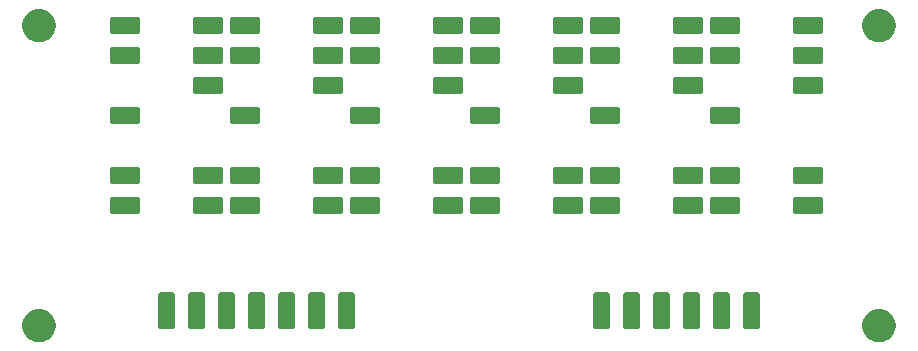
<source format=gbr>
G04 #@! TF.GenerationSoftware,KiCad,Pcbnew,(5.1.4)-1*
G04 #@! TF.CreationDate,2020-10-11T13:11:02+02:00*
G04 #@! TF.ProjectId,junior-computer-display,6a756e69-6f72-42d6-936f-6d7075746572,rev?*
G04 #@! TF.SameCoordinates,Original*
G04 #@! TF.FileFunction,Soldermask,Top*
G04 #@! TF.FilePolarity,Negative*
%FSLAX46Y46*%
G04 Gerber Fmt 4.6, Leading zero omitted, Abs format (unit mm)*
G04 Created by KiCad (PCBNEW (5.1.4)-1) date 2020-10-11 13:11:02*
%MOMM*%
%LPD*%
G04 APERTURE LIST*
%ADD10C,0.100000*%
G04 APERTURE END LIST*
D10*
G36*
X180023433Y-107854893D02*
G01*
X180113657Y-107872839D01*
X180219267Y-107916585D01*
X180368621Y-107978449D01*
X180368622Y-107978450D01*
X180598086Y-108131772D01*
X180793228Y-108326914D01*
X180895675Y-108480237D01*
X180946551Y-108556379D01*
X181052161Y-108811344D01*
X181106000Y-109082012D01*
X181106000Y-109357988D01*
X181052161Y-109628656D01*
X180946551Y-109883621D01*
X180946550Y-109883622D01*
X180793228Y-110113086D01*
X180598086Y-110308228D01*
X180444763Y-110410675D01*
X180368621Y-110461551D01*
X180219267Y-110523415D01*
X180113657Y-110567161D01*
X180023433Y-110585107D01*
X179842988Y-110621000D01*
X179567012Y-110621000D01*
X179386567Y-110585107D01*
X179296343Y-110567161D01*
X179190733Y-110523415D01*
X179041379Y-110461551D01*
X178965237Y-110410675D01*
X178811914Y-110308228D01*
X178616772Y-110113086D01*
X178463450Y-109883622D01*
X178463449Y-109883621D01*
X178357839Y-109628656D01*
X178304000Y-109357988D01*
X178304000Y-109082012D01*
X178357839Y-108811344D01*
X178463449Y-108556379D01*
X178514325Y-108480237D01*
X178616772Y-108326914D01*
X178811914Y-108131772D01*
X179041378Y-107978450D01*
X179041379Y-107978449D01*
X179190733Y-107916585D01*
X179296343Y-107872839D01*
X179386567Y-107854893D01*
X179567012Y-107819000D01*
X179842988Y-107819000D01*
X180023433Y-107854893D01*
X180023433Y-107854893D01*
G37*
G36*
X108903433Y-107854893D02*
G01*
X108993657Y-107872839D01*
X109099267Y-107916585D01*
X109248621Y-107978449D01*
X109248622Y-107978450D01*
X109478086Y-108131772D01*
X109673228Y-108326914D01*
X109775675Y-108480237D01*
X109826551Y-108556379D01*
X109932161Y-108811344D01*
X109986000Y-109082012D01*
X109986000Y-109357988D01*
X109932161Y-109628656D01*
X109826551Y-109883621D01*
X109826550Y-109883622D01*
X109673228Y-110113086D01*
X109478086Y-110308228D01*
X109324763Y-110410675D01*
X109248621Y-110461551D01*
X109099267Y-110523415D01*
X108993657Y-110567161D01*
X108903433Y-110585107D01*
X108722988Y-110621000D01*
X108447012Y-110621000D01*
X108266567Y-110585107D01*
X108176343Y-110567161D01*
X108070733Y-110523415D01*
X107921379Y-110461551D01*
X107845237Y-110410675D01*
X107691914Y-110308228D01*
X107496772Y-110113086D01*
X107343450Y-109883622D01*
X107343449Y-109883621D01*
X107237839Y-109628656D01*
X107184000Y-109357988D01*
X107184000Y-109082012D01*
X107237839Y-108811344D01*
X107343449Y-108556379D01*
X107394325Y-108480237D01*
X107496772Y-108326914D01*
X107691914Y-108131772D01*
X107921378Y-107978450D01*
X107921379Y-107978449D01*
X108070733Y-107916585D01*
X108176343Y-107872839D01*
X108266567Y-107854893D01*
X108447012Y-107819000D01*
X108722988Y-107819000D01*
X108903433Y-107854893D01*
X108903433Y-107854893D01*
G37*
G36*
X161788946Y-106405607D02*
G01*
X161847548Y-106423384D01*
X161901557Y-106452252D01*
X161948897Y-106491103D01*
X161987748Y-106538443D01*
X162016616Y-106592452D01*
X162034393Y-106651054D01*
X162041000Y-106718140D01*
X162041000Y-109181860D01*
X162034393Y-109248946D01*
X162016616Y-109307548D01*
X161987748Y-109361557D01*
X161948897Y-109408897D01*
X161901557Y-109447748D01*
X161847548Y-109476616D01*
X161788946Y-109494393D01*
X161721860Y-109501000D01*
X160858140Y-109501000D01*
X160791054Y-109494393D01*
X160732452Y-109476616D01*
X160678443Y-109447748D01*
X160631103Y-109408897D01*
X160592252Y-109361557D01*
X160563384Y-109307548D01*
X160545607Y-109248946D01*
X160539000Y-109181860D01*
X160539000Y-106718140D01*
X160545607Y-106651054D01*
X160563384Y-106592452D01*
X160592252Y-106538443D01*
X160631103Y-106491103D01*
X160678443Y-106452252D01*
X160732452Y-106423384D01*
X160791054Y-106405607D01*
X160858140Y-106399000D01*
X161721860Y-106399000D01*
X161788946Y-106405607D01*
X161788946Y-106405607D01*
G37*
G36*
X159248946Y-106405607D02*
G01*
X159307548Y-106423384D01*
X159361557Y-106452252D01*
X159408897Y-106491103D01*
X159447748Y-106538443D01*
X159476616Y-106592452D01*
X159494393Y-106651054D01*
X159501000Y-106718140D01*
X159501000Y-109181860D01*
X159494393Y-109248946D01*
X159476616Y-109307548D01*
X159447748Y-109361557D01*
X159408897Y-109408897D01*
X159361557Y-109447748D01*
X159307548Y-109476616D01*
X159248946Y-109494393D01*
X159181860Y-109501000D01*
X158318140Y-109501000D01*
X158251054Y-109494393D01*
X158192452Y-109476616D01*
X158138443Y-109447748D01*
X158091103Y-109408897D01*
X158052252Y-109361557D01*
X158023384Y-109307548D01*
X158005607Y-109248946D01*
X157999000Y-109181860D01*
X157999000Y-106718140D01*
X158005607Y-106651054D01*
X158023384Y-106592452D01*
X158052252Y-106538443D01*
X158091103Y-106491103D01*
X158138443Y-106452252D01*
X158192452Y-106423384D01*
X158251054Y-106405607D01*
X158318140Y-106399000D01*
X159181860Y-106399000D01*
X159248946Y-106405607D01*
X159248946Y-106405607D01*
G37*
G36*
X164328946Y-106405607D02*
G01*
X164387548Y-106423384D01*
X164441557Y-106452252D01*
X164488897Y-106491103D01*
X164527748Y-106538443D01*
X164556616Y-106592452D01*
X164574393Y-106651054D01*
X164581000Y-106718140D01*
X164581000Y-109181860D01*
X164574393Y-109248946D01*
X164556616Y-109307548D01*
X164527748Y-109361557D01*
X164488897Y-109408897D01*
X164441557Y-109447748D01*
X164387548Y-109476616D01*
X164328946Y-109494393D01*
X164261860Y-109501000D01*
X163398140Y-109501000D01*
X163331054Y-109494393D01*
X163272452Y-109476616D01*
X163218443Y-109447748D01*
X163171103Y-109408897D01*
X163132252Y-109361557D01*
X163103384Y-109307548D01*
X163085607Y-109248946D01*
X163079000Y-109181860D01*
X163079000Y-106718140D01*
X163085607Y-106651054D01*
X163103384Y-106592452D01*
X163132252Y-106538443D01*
X163171103Y-106491103D01*
X163218443Y-106452252D01*
X163272452Y-106423384D01*
X163331054Y-106405607D01*
X163398140Y-106399000D01*
X164261860Y-106399000D01*
X164328946Y-106405607D01*
X164328946Y-106405607D01*
G37*
G36*
X156708946Y-106405607D02*
G01*
X156767548Y-106423384D01*
X156821557Y-106452252D01*
X156868897Y-106491103D01*
X156907748Y-106538443D01*
X156936616Y-106592452D01*
X156954393Y-106651054D01*
X156961000Y-106718140D01*
X156961000Y-109181860D01*
X156954393Y-109248946D01*
X156936616Y-109307548D01*
X156907748Y-109361557D01*
X156868897Y-109408897D01*
X156821557Y-109447748D01*
X156767548Y-109476616D01*
X156708946Y-109494393D01*
X156641860Y-109501000D01*
X155778140Y-109501000D01*
X155711054Y-109494393D01*
X155652452Y-109476616D01*
X155598443Y-109447748D01*
X155551103Y-109408897D01*
X155512252Y-109361557D01*
X155483384Y-109307548D01*
X155465607Y-109248946D01*
X155459000Y-109181860D01*
X155459000Y-106718140D01*
X155465607Y-106651054D01*
X155483384Y-106592452D01*
X155512252Y-106538443D01*
X155551103Y-106491103D01*
X155598443Y-106452252D01*
X155652452Y-106423384D01*
X155711054Y-106405607D01*
X155778140Y-106399000D01*
X156641860Y-106399000D01*
X156708946Y-106405607D01*
X156708946Y-106405607D01*
G37*
G36*
X166868946Y-106405607D02*
G01*
X166927548Y-106423384D01*
X166981557Y-106452252D01*
X167028897Y-106491103D01*
X167067748Y-106538443D01*
X167096616Y-106592452D01*
X167114393Y-106651054D01*
X167121000Y-106718140D01*
X167121000Y-109181860D01*
X167114393Y-109248946D01*
X167096616Y-109307548D01*
X167067748Y-109361557D01*
X167028897Y-109408897D01*
X166981557Y-109447748D01*
X166927548Y-109476616D01*
X166868946Y-109494393D01*
X166801860Y-109501000D01*
X165938140Y-109501000D01*
X165871054Y-109494393D01*
X165812452Y-109476616D01*
X165758443Y-109447748D01*
X165711103Y-109408897D01*
X165672252Y-109361557D01*
X165643384Y-109307548D01*
X165625607Y-109248946D01*
X165619000Y-109181860D01*
X165619000Y-106718140D01*
X165625607Y-106651054D01*
X165643384Y-106592452D01*
X165672252Y-106538443D01*
X165711103Y-106491103D01*
X165758443Y-106452252D01*
X165812452Y-106423384D01*
X165871054Y-106405607D01*
X165938140Y-106399000D01*
X166801860Y-106399000D01*
X166868946Y-106405607D01*
X166868946Y-106405607D01*
G37*
G36*
X169408946Y-106405607D02*
G01*
X169467548Y-106423384D01*
X169521557Y-106452252D01*
X169568897Y-106491103D01*
X169607748Y-106538443D01*
X169636616Y-106592452D01*
X169654393Y-106651054D01*
X169661000Y-106718140D01*
X169661000Y-109181860D01*
X169654393Y-109248946D01*
X169636616Y-109307548D01*
X169607748Y-109361557D01*
X169568897Y-109408897D01*
X169521557Y-109447748D01*
X169467548Y-109476616D01*
X169408946Y-109494393D01*
X169341860Y-109501000D01*
X168478140Y-109501000D01*
X168411054Y-109494393D01*
X168352452Y-109476616D01*
X168298443Y-109447748D01*
X168251103Y-109408897D01*
X168212252Y-109361557D01*
X168183384Y-109307548D01*
X168165607Y-109248946D01*
X168159000Y-109181860D01*
X168159000Y-106718140D01*
X168165607Y-106651054D01*
X168183384Y-106592452D01*
X168212252Y-106538443D01*
X168251103Y-106491103D01*
X168298443Y-106452252D01*
X168352452Y-106423384D01*
X168411054Y-106405607D01*
X168478140Y-106399000D01*
X169341860Y-106399000D01*
X169408946Y-106405607D01*
X169408946Y-106405607D01*
G37*
G36*
X135118946Y-106405607D02*
G01*
X135177548Y-106423384D01*
X135231557Y-106452252D01*
X135278897Y-106491103D01*
X135317748Y-106538443D01*
X135346616Y-106592452D01*
X135364393Y-106651054D01*
X135371000Y-106718140D01*
X135371000Y-109181860D01*
X135364393Y-109248946D01*
X135346616Y-109307548D01*
X135317748Y-109361557D01*
X135278897Y-109408897D01*
X135231557Y-109447748D01*
X135177548Y-109476616D01*
X135118946Y-109494393D01*
X135051860Y-109501000D01*
X134188140Y-109501000D01*
X134121054Y-109494393D01*
X134062452Y-109476616D01*
X134008443Y-109447748D01*
X133961103Y-109408897D01*
X133922252Y-109361557D01*
X133893384Y-109307548D01*
X133875607Y-109248946D01*
X133869000Y-109181860D01*
X133869000Y-106718140D01*
X133875607Y-106651054D01*
X133893384Y-106592452D01*
X133922252Y-106538443D01*
X133961103Y-106491103D01*
X134008443Y-106452252D01*
X134062452Y-106423384D01*
X134121054Y-106405607D01*
X134188140Y-106399000D01*
X135051860Y-106399000D01*
X135118946Y-106405607D01*
X135118946Y-106405607D01*
G37*
G36*
X132578946Y-106405607D02*
G01*
X132637548Y-106423384D01*
X132691557Y-106452252D01*
X132738897Y-106491103D01*
X132777748Y-106538443D01*
X132806616Y-106592452D01*
X132824393Y-106651054D01*
X132831000Y-106718140D01*
X132831000Y-109181860D01*
X132824393Y-109248946D01*
X132806616Y-109307548D01*
X132777748Y-109361557D01*
X132738897Y-109408897D01*
X132691557Y-109447748D01*
X132637548Y-109476616D01*
X132578946Y-109494393D01*
X132511860Y-109501000D01*
X131648140Y-109501000D01*
X131581054Y-109494393D01*
X131522452Y-109476616D01*
X131468443Y-109447748D01*
X131421103Y-109408897D01*
X131382252Y-109361557D01*
X131353384Y-109307548D01*
X131335607Y-109248946D01*
X131329000Y-109181860D01*
X131329000Y-106718140D01*
X131335607Y-106651054D01*
X131353384Y-106592452D01*
X131382252Y-106538443D01*
X131421103Y-106491103D01*
X131468443Y-106452252D01*
X131522452Y-106423384D01*
X131581054Y-106405607D01*
X131648140Y-106399000D01*
X132511860Y-106399000D01*
X132578946Y-106405607D01*
X132578946Y-106405607D01*
G37*
G36*
X130038946Y-106405607D02*
G01*
X130097548Y-106423384D01*
X130151557Y-106452252D01*
X130198897Y-106491103D01*
X130237748Y-106538443D01*
X130266616Y-106592452D01*
X130284393Y-106651054D01*
X130291000Y-106718140D01*
X130291000Y-109181860D01*
X130284393Y-109248946D01*
X130266616Y-109307548D01*
X130237748Y-109361557D01*
X130198897Y-109408897D01*
X130151557Y-109447748D01*
X130097548Y-109476616D01*
X130038946Y-109494393D01*
X129971860Y-109501000D01*
X129108140Y-109501000D01*
X129041054Y-109494393D01*
X128982452Y-109476616D01*
X128928443Y-109447748D01*
X128881103Y-109408897D01*
X128842252Y-109361557D01*
X128813384Y-109307548D01*
X128795607Y-109248946D01*
X128789000Y-109181860D01*
X128789000Y-106718140D01*
X128795607Y-106651054D01*
X128813384Y-106592452D01*
X128842252Y-106538443D01*
X128881103Y-106491103D01*
X128928443Y-106452252D01*
X128982452Y-106423384D01*
X129041054Y-106405607D01*
X129108140Y-106399000D01*
X129971860Y-106399000D01*
X130038946Y-106405607D01*
X130038946Y-106405607D01*
G37*
G36*
X127498946Y-106405607D02*
G01*
X127557548Y-106423384D01*
X127611557Y-106452252D01*
X127658897Y-106491103D01*
X127697748Y-106538443D01*
X127726616Y-106592452D01*
X127744393Y-106651054D01*
X127751000Y-106718140D01*
X127751000Y-109181860D01*
X127744393Y-109248946D01*
X127726616Y-109307548D01*
X127697748Y-109361557D01*
X127658897Y-109408897D01*
X127611557Y-109447748D01*
X127557548Y-109476616D01*
X127498946Y-109494393D01*
X127431860Y-109501000D01*
X126568140Y-109501000D01*
X126501054Y-109494393D01*
X126442452Y-109476616D01*
X126388443Y-109447748D01*
X126341103Y-109408897D01*
X126302252Y-109361557D01*
X126273384Y-109307548D01*
X126255607Y-109248946D01*
X126249000Y-109181860D01*
X126249000Y-106718140D01*
X126255607Y-106651054D01*
X126273384Y-106592452D01*
X126302252Y-106538443D01*
X126341103Y-106491103D01*
X126388443Y-106452252D01*
X126442452Y-106423384D01*
X126501054Y-106405607D01*
X126568140Y-106399000D01*
X127431860Y-106399000D01*
X127498946Y-106405607D01*
X127498946Y-106405607D01*
G37*
G36*
X124958946Y-106405607D02*
G01*
X125017548Y-106423384D01*
X125071557Y-106452252D01*
X125118897Y-106491103D01*
X125157748Y-106538443D01*
X125186616Y-106592452D01*
X125204393Y-106651054D01*
X125211000Y-106718140D01*
X125211000Y-109181860D01*
X125204393Y-109248946D01*
X125186616Y-109307548D01*
X125157748Y-109361557D01*
X125118897Y-109408897D01*
X125071557Y-109447748D01*
X125017548Y-109476616D01*
X124958946Y-109494393D01*
X124891860Y-109501000D01*
X124028140Y-109501000D01*
X123961054Y-109494393D01*
X123902452Y-109476616D01*
X123848443Y-109447748D01*
X123801103Y-109408897D01*
X123762252Y-109361557D01*
X123733384Y-109307548D01*
X123715607Y-109248946D01*
X123709000Y-109181860D01*
X123709000Y-106718140D01*
X123715607Y-106651054D01*
X123733384Y-106592452D01*
X123762252Y-106538443D01*
X123801103Y-106491103D01*
X123848443Y-106452252D01*
X123902452Y-106423384D01*
X123961054Y-106405607D01*
X124028140Y-106399000D01*
X124891860Y-106399000D01*
X124958946Y-106405607D01*
X124958946Y-106405607D01*
G37*
G36*
X122418946Y-106405607D02*
G01*
X122477548Y-106423384D01*
X122531557Y-106452252D01*
X122578897Y-106491103D01*
X122617748Y-106538443D01*
X122646616Y-106592452D01*
X122664393Y-106651054D01*
X122671000Y-106718140D01*
X122671000Y-109181860D01*
X122664393Y-109248946D01*
X122646616Y-109307548D01*
X122617748Y-109361557D01*
X122578897Y-109408897D01*
X122531557Y-109447748D01*
X122477548Y-109476616D01*
X122418946Y-109494393D01*
X122351860Y-109501000D01*
X121488140Y-109501000D01*
X121421054Y-109494393D01*
X121362452Y-109476616D01*
X121308443Y-109447748D01*
X121261103Y-109408897D01*
X121222252Y-109361557D01*
X121193384Y-109307548D01*
X121175607Y-109248946D01*
X121169000Y-109181860D01*
X121169000Y-106718140D01*
X121175607Y-106651054D01*
X121193384Y-106592452D01*
X121222252Y-106538443D01*
X121261103Y-106491103D01*
X121308443Y-106452252D01*
X121362452Y-106423384D01*
X121421054Y-106405607D01*
X121488140Y-106399000D01*
X122351860Y-106399000D01*
X122418946Y-106405607D01*
X122418946Y-106405607D01*
G37*
G36*
X119878946Y-106405607D02*
G01*
X119937548Y-106423384D01*
X119991557Y-106452252D01*
X120038897Y-106491103D01*
X120077748Y-106538443D01*
X120106616Y-106592452D01*
X120124393Y-106651054D01*
X120131000Y-106718140D01*
X120131000Y-109181860D01*
X120124393Y-109248946D01*
X120106616Y-109307548D01*
X120077748Y-109361557D01*
X120038897Y-109408897D01*
X119991557Y-109447748D01*
X119937548Y-109476616D01*
X119878946Y-109494393D01*
X119811860Y-109501000D01*
X118948140Y-109501000D01*
X118881054Y-109494393D01*
X118822452Y-109476616D01*
X118768443Y-109447748D01*
X118721103Y-109408897D01*
X118682252Y-109361557D01*
X118653384Y-109307548D01*
X118635607Y-109248946D01*
X118629000Y-109181860D01*
X118629000Y-106718140D01*
X118635607Y-106651054D01*
X118653384Y-106592452D01*
X118682252Y-106538443D01*
X118721103Y-106491103D01*
X118768443Y-106452252D01*
X118822452Y-106423384D01*
X118881054Y-106405607D01*
X118948140Y-106399000D01*
X119811860Y-106399000D01*
X119878946Y-106405607D01*
X119878946Y-106405607D01*
G37*
G36*
X157558946Y-98315607D02*
G01*
X157617548Y-98333384D01*
X157671557Y-98362252D01*
X157718897Y-98401103D01*
X157757748Y-98448443D01*
X157786616Y-98502452D01*
X157804393Y-98561054D01*
X157811000Y-98628140D01*
X157811000Y-99491860D01*
X157804393Y-99558946D01*
X157786616Y-99617548D01*
X157757748Y-99671557D01*
X157718897Y-99718897D01*
X157671557Y-99757748D01*
X157617548Y-99786616D01*
X157558946Y-99804393D01*
X157491860Y-99811000D01*
X155528140Y-99811000D01*
X155461054Y-99804393D01*
X155402452Y-99786616D01*
X155348443Y-99757748D01*
X155301103Y-99718897D01*
X155262252Y-99671557D01*
X155233384Y-99617548D01*
X155215607Y-99558946D01*
X155209000Y-99491860D01*
X155209000Y-98628140D01*
X155215607Y-98561054D01*
X155233384Y-98502452D01*
X155262252Y-98448443D01*
X155301103Y-98401103D01*
X155348443Y-98362252D01*
X155402452Y-98333384D01*
X155461054Y-98315607D01*
X155528140Y-98309000D01*
X157491860Y-98309000D01*
X157558946Y-98315607D01*
X157558946Y-98315607D01*
G37*
G36*
X164578946Y-98315607D02*
G01*
X164637548Y-98333384D01*
X164691557Y-98362252D01*
X164738897Y-98401103D01*
X164777748Y-98448443D01*
X164806616Y-98502452D01*
X164824393Y-98561054D01*
X164831000Y-98628140D01*
X164831000Y-99491860D01*
X164824393Y-99558946D01*
X164806616Y-99617548D01*
X164777748Y-99671557D01*
X164738897Y-99718897D01*
X164691557Y-99757748D01*
X164637548Y-99786616D01*
X164578946Y-99804393D01*
X164511860Y-99811000D01*
X162548140Y-99811000D01*
X162481054Y-99804393D01*
X162422452Y-99786616D01*
X162368443Y-99757748D01*
X162321103Y-99718897D01*
X162282252Y-99671557D01*
X162253384Y-99617548D01*
X162235607Y-99558946D01*
X162229000Y-99491860D01*
X162229000Y-98628140D01*
X162235607Y-98561054D01*
X162253384Y-98502452D01*
X162282252Y-98448443D01*
X162321103Y-98401103D01*
X162368443Y-98362252D01*
X162422452Y-98333384D01*
X162481054Y-98315607D01*
X162548140Y-98309000D01*
X164511860Y-98309000D01*
X164578946Y-98315607D01*
X164578946Y-98315607D01*
G37*
G36*
X154418946Y-98315607D02*
G01*
X154477548Y-98333384D01*
X154531557Y-98362252D01*
X154578897Y-98401103D01*
X154617748Y-98448443D01*
X154646616Y-98502452D01*
X154664393Y-98561054D01*
X154671000Y-98628140D01*
X154671000Y-99491860D01*
X154664393Y-99558946D01*
X154646616Y-99617548D01*
X154617748Y-99671557D01*
X154578897Y-99718897D01*
X154531557Y-99757748D01*
X154477548Y-99786616D01*
X154418946Y-99804393D01*
X154351860Y-99811000D01*
X152388140Y-99811000D01*
X152321054Y-99804393D01*
X152262452Y-99786616D01*
X152208443Y-99757748D01*
X152161103Y-99718897D01*
X152122252Y-99671557D01*
X152093384Y-99617548D01*
X152075607Y-99558946D01*
X152069000Y-99491860D01*
X152069000Y-98628140D01*
X152075607Y-98561054D01*
X152093384Y-98502452D01*
X152122252Y-98448443D01*
X152161103Y-98401103D01*
X152208443Y-98362252D01*
X152262452Y-98333384D01*
X152321054Y-98315607D01*
X152388140Y-98309000D01*
X154351860Y-98309000D01*
X154418946Y-98315607D01*
X154418946Y-98315607D01*
G37*
G36*
X147398946Y-98315607D02*
G01*
X147457548Y-98333384D01*
X147511557Y-98362252D01*
X147558897Y-98401103D01*
X147597748Y-98448443D01*
X147626616Y-98502452D01*
X147644393Y-98561054D01*
X147651000Y-98628140D01*
X147651000Y-99491860D01*
X147644393Y-99558946D01*
X147626616Y-99617548D01*
X147597748Y-99671557D01*
X147558897Y-99718897D01*
X147511557Y-99757748D01*
X147457548Y-99786616D01*
X147398946Y-99804393D01*
X147331860Y-99811000D01*
X145368140Y-99811000D01*
X145301054Y-99804393D01*
X145242452Y-99786616D01*
X145188443Y-99757748D01*
X145141103Y-99718897D01*
X145102252Y-99671557D01*
X145073384Y-99617548D01*
X145055607Y-99558946D01*
X145049000Y-99491860D01*
X145049000Y-98628140D01*
X145055607Y-98561054D01*
X145073384Y-98502452D01*
X145102252Y-98448443D01*
X145141103Y-98401103D01*
X145188443Y-98362252D01*
X145242452Y-98333384D01*
X145301054Y-98315607D01*
X145368140Y-98309000D01*
X147331860Y-98309000D01*
X147398946Y-98315607D01*
X147398946Y-98315607D01*
G37*
G36*
X144258946Y-98315607D02*
G01*
X144317548Y-98333384D01*
X144371557Y-98362252D01*
X144418897Y-98401103D01*
X144457748Y-98448443D01*
X144486616Y-98502452D01*
X144504393Y-98561054D01*
X144511000Y-98628140D01*
X144511000Y-99491860D01*
X144504393Y-99558946D01*
X144486616Y-99617548D01*
X144457748Y-99671557D01*
X144418897Y-99718897D01*
X144371557Y-99757748D01*
X144317548Y-99786616D01*
X144258946Y-99804393D01*
X144191860Y-99811000D01*
X142228140Y-99811000D01*
X142161054Y-99804393D01*
X142102452Y-99786616D01*
X142048443Y-99757748D01*
X142001103Y-99718897D01*
X141962252Y-99671557D01*
X141933384Y-99617548D01*
X141915607Y-99558946D01*
X141909000Y-99491860D01*
X141909000Y-98628140D01*
X141915607Y-98561054D01*
X141933384Y-98502452D01*
X141962252Y-98448443D01*
X142001103Y-98401103D01*
X142048443Y-98362252D01*
X142102452Y-98333384D01*
X142161054Y-98315607D01*
X142228140Y-98309000D01*
X144191860Y-98309000D01*
X144258946Y-98315607D01*
X144258946Y-98315607D01*
G37*
G36*
X137238946Y-98315607D02*
G01*
X137297548Y-98333384D01*
X137351557Y-98362252D01*
X137398897Y-98401103D01*
X137437748Y-98448443D01*
X137466616Y-98502452D01*
X137484393Y-98561054D01*
X137491000Y-98628140D01*
X137491000Y-99491860D01*
X137484393Y-99558946D01*
X137466616Y-99617548D01*
X137437748Y-99671557D01*
X137398897Y-99718897D01*
X137351557Y-99757748D01*
X137297548Y-99786616D01*
X137238946Y-99804393D01*
X137171860Y-99811000D01*
X135208140Y-99811000D01*
X135141054Y-99804393D01*
X135082452Y-99786616D01*
X135028443Y-99757748D01*
X134981103Y-99718897D01*
X134942252Y-99671557D01*
X134913384Y-99617548D01*
X134895607Y-99558946D01*
X134889000Y-99491860D01*
X134889000Y-98628140D01*
X134895607Y-98561054D01*
X134913384Y-98502452D01*
X134942252Y-98448443D01*
X134981103Y-98401103D01*
X135028443Y-98362252D01*
X135082452Y-98333384D01*
X135141054Y-98315607D01*
X135208140Y-98309000D01*
X137171860Y-98309000D01*
X137238946Y-98315607D01*
X137238946Y-98315607D01*
G37*
G36*
X134098946Y-98315607D02*
G01*
X134157548Y-98333384D01*
X134211557Y-98362252D01*
X134258897Y-98401103D01*
X134297748Y-98448443D01*
X134326616Y-98502452D01*
X134344393Y-98561054D01*
X134351000Y-98628140D01*
X134351000Y-99491860D01*
X134344393Y-99558946D01*
X134326616Y-99617548D01*
X134297748Y-99671557D01*
X134258897Y-99718897D01*
X134211557Y-99757748D01*
X134157548Y-99786616D01*
X134098946Y-99804393D01*
X134031860Y-99811000D01*
X132068140Y-99811000D01*
X132001054Y-99804393D01*
X131942452Y-99786616D01*
X131888443Y-99757748D01*
X131841103Y-99718897D01*
X131802252Y-99671557D01*
X131773384Y-99617548D01*
X131755607Y-99558946D01*
X131749000Y-99491860D01*
X131749000Y-98628140D01*
X131755607Y-98561054D01*
X131773384Y-98502452D01*
X131802252Y-98448443D01*
X131841103Y-98401103D01*
X131888443Y-98362252D01*
X131942452Y-98333384D01*
X132001054Y-98315607D01*
X132068140Y-98309000D01*
X134031860Y-98309000D01*
X134098946Y-98315607D01*
X134098946Y-98315607D01*
G37*
G36*
X127078946Y-98315607D02*
G01*
X127137548Y-98333384D01*
X127191557Y-98362252D01*
X127238897Y-98401103D01*
X127277748Y-98448443D01*
X127306616Y-98502452D01*
X127324393Y-98561054D01*
X127331000Y-98628140D01*
X127331000Y-99491860D01*
X127324393Y-99558946D01*
X127306616Y-99617548D01*
X127277748Y-99671557D01*
X127238897Y-99718897D01*
X127191557Y-99757748D01*
X127137548Y-99786616D01*
X127078946Y-99804393D01*
X127011860Y-99811000D01*
X125048140Y-99811000D01*
X124981054Y-99804393D01*
X124922452Y-99786616D01*
X124868443Y-99757748D01*
X124821103Y-99718897D01*
X124782252Y-99671557D01*
X124753384Y-99617548D01*
X124735607Y-99558946D01*
X124729000Y-99491860D01*
X124729000Y-98628140D01*
X124735607Y-98561054D01*
X124753384Y-98502452D01*
X124782252Y-98448443D01*
X124821103Y-98401103D01*
X124868443Y-98362252D01*
X124922452Y-98333384D01*
X124981054Y-98315607D01*
X125048140Y-98309000D01*
X127011860Y-98309000D01*
X127078946Y-98315607D01*
X127078946Y-98315607D01*
G37*
G36*
X123938946Y-98315607D02*
G01*
X123997548Y-98333384D01*
X124051557Y-98362252D01*
X124098897Y-98401103D01*
X124137748Y-98448443D01*
X124166616Y-98502452D01*
X124184393Y-98561054D01*
X124191000Y-98628140D01*
X124191000Y-99491860D01*
X124184393Y-99558946D01*
X124166616Y-99617548D01*
X124137748Y-99671557D01*
X124098897Y-99718897D01*
X124051557Y-99757748D01*
X123997548Y-99786616D01*
X123938946Y-99804393D01*
X123871860Y-99811000D01*
X121908140Y-99811000D01*
X121841054Y-99804393D01*
X121782452Y-99786616D01*
X121728443Y-99757748D01*
X121681103Y-99718897D01*
X121642252Y-99671557D01*
X121613384Y-99617548D01*
X121595607Y-99558946D01*
X121589000Y-99491860D01*
X121589000Y-98628140D01*
X121595607Y-98561054D01*
X121613384Y-98502452D01*
X121642252Y-98448443D01*
X121681103Y-98401103D01*
X121728443Y-98362252D01*
X121782452Y-98333384D01*
X121841054Y-98315607D01*
X121908140Y-98309000D01*
X123871860Y-98309000D01*
X123938946Y-98315607D01*
X123938946Y-98315607D01*
G37*
G36*
X116918946Y-98315607D02*
G01*
X116977548Y-98333384D01*
X117031557Y-98362252D01*
X117078897Y-98401103D01*
X117117748Y-98448443D01*
X117146616Y-98502452D01*
X117164393Y-98561054D01*
X117171000Y-98628140D01*
X117171000Y-99491860D01*
X117164393Y-99558946D01*
X117146616Y-99617548D01*
X117117748Y-99671557D01*
X117078897Y-99718897D01*
X117031557Y-99757748D01*
X116977548Y-99786616D01*
X116918946Y-99804393D01*
X116851860Y-99811000D01*
X114888140Y-99811000D01*
X114821054Y-99804393D01*
X114762452Y-99786616D01*
X114708443Y-99757748D01*
X114661103Y-99718897D01*
X114622252Y-99671557D01*
X114593384Y-99617548D01*
X114575607Y-99558946D01*
X114569000Y-99491860D01*
X114569000Y-98628140D01*
X114575607Y-98561054D01*
X114593384Y-98502452D01*
X114622252Y-98448443D01*
X114661103Y-98401103D01*
X114708443Y-98362252D01*
X114762452Y-98333384D01*
X114821054Y-98315607D01*
X114888140Y-98309000D01*
X116851860Y-98309000D01*
X116918946Y-98315607D01*
X116918946Y-98315607D01*
G37*
G36*
X174738946Y-98315607D02*
G01*
X174797548Y-98333384D01*
X174851557Y-98362252D01*
X174898897Y-98401103D01*
X174937748Y-98448443D01*
X174966616Y-98502452D01*
X174984393Y-98561054D01*
X174991000Y-98628140D01*
X174991000Y-99491860D01*
X174984393Y-99558946D01*
X174966616Y-99617548D01*
X174937748Y-99671557D01*
X174898897Y-99718897D01*
X174851557Y-99757748D01*
X174797548Y-99786616D01*
X174738946Y-99804393D01*
X174671860Y-99811000D01*
X172708140Y-99811000D01*
X172641054Y-99804393D01*
X172582452Y-99786616D01*
X172528443Y-99757748D01*
X172481103Y-99718897D01*
X172442252Y-99671557D01*
X172413384Y-99617548D01*
X172395607Y-99558946D01*
X172389000Y-99491860D01*
X172389000Y-98628140D01*
X172395607Y-98561054D01*
X172413384Y-98502452D01*
X172442252Y-98448443D01*
X172481103Y-98401103D01*
X172528443Y-98362252D01*
X172582452Y-98333384D01*
X172641054Y-98315607D01*
X172708140Y-98309000D01*
X174671860Y-98309000D01*
X174738946Y-98315607D01*
X174738946Y-98315607D01*
G37*
G36*
X167718946Y-98315607D02*
G01*
X167777548Y-98333384D01*
X167831557Y-98362252D01*
X167878897Y-98401103D01*
X167917748Y-98448443D01*
X167946616Y-98502452D01*
X167964393Y-98561054D01*
X167971000Y-98628140D01*
X167971000Y-99491860D01*
X167964393Y-99558946D01*
X167946616Y-99617548D01*
X167917748Y-99671557D01*
X167878897Y-99718897D01*
X167831557Y-99757748D01*
X167777548Y-99786616D01*
X167718946Y-99804393D01*
X167651860Y-99811000D01*
X165688140Y-99811000D01*
X165621054Y-99804393D01*
X165562452Y-99786616D01*
X165508443Y-99757748D01*
X165461103Y-99718897D01*
X165422252Y-99671557D01*
X165393384Y-99617548D01*
X165375607Y-99558946D01*
X165369000Y-99491860D01*
X165369000Y-98628140D01*
X165375607Y-98561054D01*
X165393384Y-98502452D01*
X165422252Y-98448443D01*
X165461103Y-98401103D01*
X165508443Y-98362252D01*
X165562452Y-98333384D01*
X165621054Y-98315607D01*
X165688140Y-98309000D01*
X167651860Y-98309000D01*
X167718946Y-98315607D01*
X167718946Y-98315607D01*
G37*
G36*
X167718946Y-95775607D02*
G01*
X167777548Y-95793384D01*
X167831557Y-95822252D01*
X167878897Y-95861103D01*
X167917748Y-95908443D01*
X167946616Y-95962452D01*
X167964393Y-96021054D01*
X167971000Y-96088140D01*
X167971000Y-96951860D01*
X167964393Y-97018946D01*
X167946616Y-97077548D01*
X167917748Y-97131557D01*
X167878897Y-97178897D01*
X167831557Y-97217748D01*
X167777548Y-97246616D01*
X167718946Y-97264393D01*
X167651860Y-97271000D01*
X165688140Y-97271000D01*
X165621054Y-97264393D01*
X165562452Y-97246616D01*
X165508443Y-97217748D01*
X165461103Y-97178897D01*
X165422252Y-97131557D01*
X165393384Y-97077548D01*
X165375607Y-97018946D01*
X165369000Y-96951860D01*
X165369000Y-96088140D01*
X165375607Y-96021054D01*
X165393384Y-95962452D01*
X165422252Y-95908443D01*
X165461103Y-95861103D01*
X165508443Y-95822252D01*
X165562452Y-95793384D01*
X165621054Y-95775607D01*
X165688140Y-95769000D01*
X167651860Y-95769000D01*
X167718946Y-95775607D01*
X167718946Y-95775607D01*
G37*
G36*
X164578946Y-95775607D02*
G01*
X164637548Y-95793384D01*
X164691557Y-95822252D01*
X164738897Y-95861103D01*
X164777748Y-95908443D01*
X164806616Y-95962452D01*
X164824393Y-96021054D01*
X164831000Y-96088140D01*
X164831000Y-96951860D01*
X164824393Y-97018946D01*
X164806616Y-97077548D01*
X164777748Y-97131557D01*
X164738897Y-97178897D01*
X164691557Y-97217748D01*
X164637548Y-97246616D01*
X164578946Y-97264393D01*
X164511860Y-97271000D01*
X162548140Y-97271000D01*
X162481054Y-97264393D01*
X162422452Y-97246616D01*
X162368443Y-97217748D01*
X162321103Y-97178897D01*
X162282252Y-97131557D01*
X162253384Y-97077548D01*
X162235607Y-97018946D01*
X162229000Y-96951860D01*
X162229000Y-96088140D01*
X162235607Y-96021054D01*
X162253384Y-95962452D01*
X162282252Y-95908443D01*
X162321103Y-95861103D01*
X162368443Y-95822252D01*
X162422452Y-95793384D01*
X162481054Y-95775607D01*
X162548140Y-95769000D01*
X164511860Y-95769000D01*
X164578946Y-95775607D01*
X164578946Y-95775607D01*
G37*
G36*
X157558946Y-95775607D02*
G01*
X157617548Y-95793384D01*
X157671557Y-95822252D01*
X157718897Y-95861103D01*
X157757748Y-95908443D01*
X157786616Y-95962452D01*
X157804393Y-96021054D01*
X157811000Y-96088140D01*
X157811000Y-96951860D01*
X157804393Y-97018946D01*
X157786616Y-97077548D01*
X157757748Y-97131557D01*
X157718897Y-97178897D01*
X157671557Y-97217748D01*
X157617548Y-97246616D01*
X157558946Y-97264393D01*
X157491860Y-97271000D01*
X155528140Y-97271000D01*
X155461054Y-97264393D01*
X155402452Y-97246616D01*
X155348443Y-97217748D01*
X155301103Y-97178897D01*
X155262252Y-97131557D01*
X155233384Y-97077548D01*
X155215607Y-97018946D01*
X155209000Y-96951860D01*
X155209000Y-96088140D01*
X155215607Y-96021054D01*
X155233384Y-95962452D01*
X155262252Y-95908443D01*
X155301103Y-95861103D01*
X155348443Y-95822252D01*
X155402452Y-95793384D01*
X155461054Y-95775607D01*
X155528140Y-95769000D01*
X157491860Y-95769000D01*
X157558946Y-95775607D01*
X157558946Y-95775607D01*
G37*
G36*
X154418946Y-95775607D02*
G01*
X154477548Y-95793384D01*
X154531557Y-95822252D01*
X154578897Y-95861103D01*
X154617748Y-95908443D01*
X154646616Y-95962452D01*
X154664393Y-96021054D01*
X154671000Y-96088140D01*
X154671000Y-96951860D01*
X154664393Y-97018946D01*
X154646616Y-97077548D01*
X154617748Y-97131557D01*
X154578897Y-97178897D01*
X154531557Y-97217748D01*
X154477548Y-97246616D01*
X154418946Y-97264393D01*
X154351860Y-97271000D01*
X152388140Y-97271000D01*
X152321054Y-97264393D01*
X152262452Y-97246616D01*
X152208443Y-97217748D01*
X152161103Y-97178897D01*
X152122252Y-97131557D01*
X152093384Y-97077548D01*
X152075607Y-97018946D01*
X152069000Y-96951860D01*
X152069000Y-96088140D01*
X152075607Y-96021054D01*
X152093384Y-95962452D01*
X152122252Y-95908443D01*
X152161103Y-95861103D01*
X152208443Y-95822252D01*
X152262452Y-95793384D01*
X152321054Y-95775607D01*
X152388140Y-95769000D01*
X154351860Y-95769000D01*
X154418946Y-95775607D01*
X154418946Y-95775607D01*
G37*
G36*
X147398946Y-95775607D02*
G01*
X147457548Y-95793384D01*
X147511557Y-95822252D01*
X147558897Y-95861103D01*
X147597748Y-95908443D01*
X147626616Y-95962452D01*
X147644393Y-96021054D01*
X147651000Y-96088140D01*
X147651000Y-96951860D01*
X147644393Y-97018946D01*
X147626616Y-97077548D01*
X147597748Y-97131557D01*
X147558897Y-97178897D01*
X147511557Y-97217748D01*
X147457548Y-97246616D01*
X147398946Y-97264393D01*
X147331860Y-97271000D01*
X145368140Y-97271000D01*
X145301054Y-97264393D01*
X145242452Y-97246616D01*
X145188443Y-97217748D01*
X145141103Y-97178897D01*
X145102252Y-97131557D01*
X145073384Y-97077548D01*
X145055607Y-97018946D01*
X145049000Y-96951860D01*
X145049000Y-96088140D01*
X145055607Y-96021054D01*
X145073384Y-95962452D01*
X145102252Y-95908443D01*
X145141103Y-95861103D01*
X145188443Y-95822252D01*
X145242452Y-95793384D01*
X145301054Y-95775607D01*
X145368140Y-95769000D01*
X147331860Y-95769000D01*
X147398946Y-95775607D01*
X147398946Y-95775607D01*
G37*
G36*
X123938946Y-95775607D02*
G01*
X123997548Y-95793384D01*
X124051557Y-95822252D01*
X124098897Y-95861103D01*
X124137748Y-95908443D01*
X124166616Y-95962452D01*
X124184393Y-96021054D01*
X124191000Y-96088140D01*
X124191000Y-96951860D01*
X124184393Y-97018946D01*
X124166616Y-97077548D01*
X124137748Y-97131557D01*
X124098897Y-97178897D01*
X124051557Y-97217748D01*
X123997548Y-97246616D01*
X123938946Y-97264393D01*
X123871860Y-97271000D01*
X121908140Y-97271000D01*
X121841054Y-97264393D01*
X121782452Y-97246616D01*
X121728443Y-97217748D01*
X121681103Y-97178897D01*
X121642252Y-97131557D01*
X121613384Y-97077548D01*
X121595607Y-97018946D01*
X121589000Y-96951860D01*
X121589000Y-96088140D01*
X121595607Y-96021054D01*
X121613384Y-95962452D01*
X121642252Y-95908443D01*
X121681103Y-95861103D01*
X121728443Y-95822252D01*
X121782452Y-95793384D01*
X121841054Y-95775607D01*
X121908140Y-95769000D01*
X123871860Y-95769000D01*
X123938946Y-95775607D01*
X123938946Y-95775607D01*
G37*
G36*
X137238946Y-95775607D02*
G01*
X137297548Y-95793384D01*
X137351557Y-95822252D01*
X137398897Y-95861103D01*
X137437748Y-95908443D01*
X137466616Y-95962452D01*
X137484393Y-96021054D01*
X137491000Y-96088140D01*
X137491000Y-96951860D01*
X137484393Y-97018946D01*
X137466616Y-97077548D01*
X137437748Y-97131557D01*
X137398897Y-97178897D01*
X137351557Y-97217748D01*
X137297548Y-97246616D01*
X137238946Y-97264393D01*
X137171860Y-97271000D01*
X135208140Y-97271000D01*
X135141054Y-97264393D01*
X135082452Y-97246616D01*
X135028443Y-97217748D01*
X134981103Y-97178897D01*
X134942252Y-97131557D01*
X134913384Y-97077548D01*
X134895607Y-97018946D01*
X134889000Y-96951860D01*
X134889000Y-96088140D01*
X134895607Y-96021054D01*
X134913384Y-95962452D01*
X134942252Y-95908443D01*
X134981103Y-95861103D01*
X135028443Y-95822252D01*
X135082452Y-95793384D01*
X135141054Y-95775607D01*
X135208140Y-95769000D01*
X137171860Y-95769000D01*
X137238946Y-95775607D01*
X137238946Y-95775607D01*
G37*
G36*
X174738946Y-95775607D02*
G01*
X174797548Y-95793384D01*
X174851557Y-95822252D01*
X174898897Y-95861103D01*
X174937748Y-95908443D01*
X174966616Y-95962452D01*
X174984393Y-96021054D01*
X174991000Y-96088140D01*
X174991000Y-96951860D01*
X174984393Y-97018946D01*
X174966616Y-97077548D01*
X174937748Y-97131557D01*
X174898897Y-97178897D01*
X174851557Y-97217748D01*
X174797548Y-97246616D01*
X174738946Y-97264393D01*
X174671860Y-97271000D01*
X172708140Y-97271000D01*
X172641054Y-97264393D01*
X172582452Y-97246616D01*
X172528443Y-97217748D01*
X172481103Y-97178897D01*
X172442252Y-97131557D01*
X172413384Y-97077548D01*
X172395607Y-97018946D01*
X172389000Y-96951860D01*
X172389000Y-96088140D01*
X172395607Y-96021054D01*
X172413384Y-95962452D01*
X172442252Y-95908443D01*
X172481103Y-95861103D01*
X172528443Y-95822252D01*
X172582452Y-95793384D01*
X172641054Y-95775607D01*
X172708140Y-95769000D01*
X174671860Y-95769000D01*
X174738946Y-95775607D01*
X174738946Y-95775607D01*
G37*
G36*
X116918946Y-95775607D02*
G01*
X116977548Y-95793384D01*
X117031557Y-95822252D01*
X117078897Y-95861103D01*
X117117748Y-95908443D01*
X117146616Y-95962452D01*
X117164393Y-96021054D01*
X117171000Y-96088140D01*
X117171000Y-96951860D01*
X117164393Y-97018946D01*
X117146616Y-97077548D01*
X117117748Y-97131557D01*
X117078897Y-97178897D01*
X117031557Y-97217748D01*
X116977548Y-97246616D01*
X116918946Y-97264393D01*
X116851860Y-97271000D01*
X114888140Y-97271000D01*
X114821054Y-97264393D01*
X114762452Y-97246616D01*
X114708443Y-97217748D01*
X114661103Y-97178897D01*
X114622252Y-97131557D01*
X114593384Y-97077548D01*
X114575607Y-97018946D01*
X114569000Y-96951860D01*
X114569000Y-96088140D01*
X114575607Y-96021054D01*
X114593384Y-95962452D01*
X114622252Y-95908443D01*
X114661103Y-95861103D01*
X114708443Y-95822252D01*
X114762452Y-95793384D01*
X114821054Y-95775607D01*
X114888140Y-95769000D01*
X116851860Y-95769000D01*
X116918946Y-95775607D01*
X116918946Y-95775607D01*
G37*
G36*
X134098946Y-95775607D02*
G01*
X134157548Y-95793384D01*
X134211557Y-95822252D01*
X134258897Y-95861103D01*
X134297748Y-95908443D01*
X134326616Y-95962452D01*
X134344393Y-96021054D01*
X134351000Y-96088140D01*
X134351000Y-96951860D01*
X134344393Y-97018946D01*
X134326616Y-97077548D01*
X134297748Y-97131557D01*
X134258897Y-97178897D01*
X134211557Y-97217748D01*
X134157548Y-97246616D01*
X134098946Y-97264393D01*
X134031860Y-97271000D01*
X132068140Y-97271000D01*
X132001054Y-97264393D01*
X131942452Y-97246616D01*
X131888443Y-97217748D01*
X131841103Y-97178897D01*
X131802252Y-97131557D01*
X131773384Y-97077548D01*
X131755607Y-97018946D01*
X131749000Y-96951860D01*
X131749000Y-96088140D01*
X131755607Y-96021054D01*
X131773384Y-95962452D01*
X131802252Y-95908443D01*
X131841103Y-95861103D01*
X131888443Y-95822252D01*
X131942452Y-95793384D01*
X132001054Y-95775607D01*
X132068140Y-95769000D01*
X134031860Y-95769000D01*
X134098946Y-95775607D01*
X134098946Y-95775607D01*
G37*
G36*
X127078946Y-95775607D02*
G01*
X127137548Y-95793384D01*
X127191557Y-95822252D01*
X127238897Y-95861103D01*
X127277748Y-95908443D01*
X127306616Y-95962452D01*
X127324393Y-96021054D01*
X127331000Y-96088140D01*
X127331000Y-96951860D01*
X127324393Y-97018946D01*
X127306616Y-97077548D01*
X127277748Y-97131557D01*
X127238897Y-97178897D01*
X127191557Y-97217748D01*
X127137548Y-97246616D01*
X127078946Y-97264393D01*
X127011860Y-97271000D01*
X125048140Y-97271000D01*
X124981054Y-97264393D01*
X124922452Y-97246616D01*
X124868443Y-97217748D01*
X124821103Y-97178897D01*
X124782252Y-97131557D01*
X124753384Y-97077548D01*
X124735607Y-97018946D01*
X124729000Y-96951860D01*
X124729000Y-96088140D01*
X124735607Y-96021054D01*
X124753384Y-95962452D01*
X124782252Y-95908443D01*
X124821103Y-95861103D01*
X124868443Y-95822252D01*
X124922452Y-95793384D01*
X124981054Y-95775607D01*
X125048140Y-95769000D01*
X127011860Y-95769000D01*
X127078946Y-95775607D01*
X127078946Y-95775607D01*
G37*
G36*
X144258946Y-95775607D02*
G01*
X144317548Y-95793384D01*
X144371557Y-95822252D01*
X144418897Y-95861103D01*
X144457748Y-95908443D01*
X144486616Y-95962452D01*
X144504393Y-96021054D01*
X144511000Y-96088140D01*
X144511000Y-96951860D01*
X144504393Y-97018946D01*
X144486616Y-97077548D01*
X144457748Y-97131557D01*
X144418897Y-97178897D01*
X144371557Y-97217748D01*
X144317548Y-97246616D01*
X144258946Y-97264393D01*
X144191860Y-97271000D01*
X142228140Y-97271000D01*
X142161054Y-97264393D01*
X142102452Y-97246616D01*
X142048443Y-97217748D01*
X142001103Y-97178897D01*
X141962252Y-97131557D01*
X141933384Y-97077548D01*
X141915607Y-97018946D01*
X141909000Y-96951860D01*
X141909000Y-96088140D01*
X141915607Y-96021054D01*
X141933384Y-95962452D01*
X141962252Y-95908443D01*
X142001103Y-95861103D01*
X142048443Y-95822252D01*
X142102452Y-95793384D01*
X142161054Y-95775607D01*
X142228140Y-95769000D01*
X144191860Y-95769000D01*
X144258946Y-95775607D01*
X144258946Y-95775607D01*
G37*
G36*
X116918946Y-90695607D02*
G01*
X116977548Y-90713384D01*
X117031557Y-90742252D01*
X117078897Y-90781103D01*
X117117748Y-90828443D01*
X117146616Y-90882452D01*
X117164393Y-90941054D01*
X117171000Y-91008140D01*
X117171000Y-91871860D01*
X117164393Y-91938946D01*
X117146616Y-91997548D01*
X117117748Y-92051557D01*
X117078897Y-92098897D01*
X117031557Y-92137748D01*
X116977548Y-92166616D01*
X116918946Y-92184393D01*
X116851860Y-92191000D01*
X114888140Y-92191000D01*
X114821054Y-92184393D01*
X114762452Y-92166616D01*
X114708443Y-92137748D01*
X114661103Y-92098897D01*
X114622252Y-92051557D01*
X114593384Y-91997548D01*
X114575607Y-91938946D01*
X114569000Y-91871860D01*
X114569000Y-91008140D01*
X114575607Y-90941054D01*
X114593384Y-90882452D01*
X114622252Y-90828443D01*
X114661103Y-90781103D01*
X114708443Y-90742252D01*
X114762452Y-90713384D01*
X114821054Y-90695607D01*
X114888140Y-90689000D01*
X116851860Y-90689000D01*
X116918946Y-90695607D01*
X116918946Y-90695607D01*
G37*
G36*
X167718946Y-90695607D02*
G01*
X167777548Y-90713384D01*
X167831557Y-90742252D01*
X167878897Y-90781103D01*
X167917748Y-90828443D01*
X167946616Y-90882452D01*
X167964393Y-90941054D01*
X167971000Y-91008140D01*
X167971000Y-91871860D01*
X167964393Y-91938946D01*
X167946616Y-91997548D01*
X167917748Y-92051557D01*
X167878897Y-92098897D01*
X167831557Y-92137748D01*
X167777548Y-92166616D01*
X167718946Y-92184393D01*
X167651860Y-92191000D01*
X165688140Y-92191000D01*
X165621054Y-92184393D01*
X165562452Y-92166616D01*
X165508443Y-92137748D01*
X165461103Y-92098897D01*
X165422252Y-92051557D01*
X165393384Y-91997548D01*
X165375607Y-91938946D01*
X165369000Y-91871860D01*
X165369000Y-91008140D01*
X165375607Y-90941054D01*
X165393384Y-90882452D01*
X165422252Y-90828443D01*
X165461103Y-90781103D01*
X165508443Y-90742252D01*
X165562452Y-90713384D01*
X165621054Y-90695607D01*
X165688140Y-90689000D01*
X167651860Y-90689000D01*
X167718946Y-90695607D01*
X167718946Y-90695607D01*
G37*
G36*
X157558946Y-90695607D02*
G01*
X157617548Y-90713384D01*
X157671557Y-90742252D01*
X157718897Y-90781103D01*
X157757748Y-90828443D01*
X157786616Y-90882452D01*
X157804393Y-90941054D01*
X157811000Y-91008140D01*
X157811000Y-91871860D01*
X157804393Y-91938946D01*
X157786616Y-91997548D01*
X157757748Y-92051557D01*
X157718897Y-92098897D01*
X157671557Y-92137748D01*
X157617548Y-92166616D01*
X157558946Y-92184393D01*
X157491860Y-92191000D01*
X155528140Y-92191000D01*
X155461054Y-92184393D01*
X155402452Y-92166616D01*
X155348443Y-92137748D01*
X155301103Y-92098897D01*
X155262252Y-92051557D01*
X155233384Y-91997548D01*
X155215607Y-91938946D01*
X155209000Y-91871860D01*
X155209000Y-91008140D01*
X155215607Y-90941054D01*
X155233384Y-90882452D01*
X155262252Y-90828443D01*
X155301103Y-90781103D01*
X155348443Y-90742252D01*
X155402452Y-90713384D01*
X155461054Y-90695607D01*
X155528140Y-90689000D01*
X157491860Y-90689000D01*
X157558946Y-90695607D01*
X157558946Y-90695607D01*
G37*
G36*
X147398946Y-90695607D02*
G01*
X147457548Y-90713384D01*
X147511557Y-90742252D01*
X147558897Y-90781103D01*
X147597748Y-90828443D01*
X147626616Y-90882452D01*
X147644393Y-90941054D01*
X147651000Y-91008140D01*
X147651000Y-91871860D01*
X147644393Y-91938946D01*
X147626616Y-91997548D01*
X147597748Y-92051557D01*
X147558897Y-92098897D01*
X147511557Y-92137748D01*
X147457548Y-92166616D01*
X147398946Y-92184393D01*
X147331860Y-92191000D01*
X145368140Y-92191000D01*
X145301054Y-92184393D01*
X145242452Y-92166616D01*
X145188443Y-92137748D01*
X145141103Y-92098897D01*
X145102252Y-92051557D01*
X145073384Y-91997548D01*
X145055607Y-91938946D01*
X145049000Y-91871860D01*
X145049000Y-91008140D01*
X145055607Y-90941054D01*
X145073384Y-90882452D01*
X145102252Y-90828443D01*
X145141103Y-90781103D01*
X145188443Y-90742252D01*
X145242452Y-90713384D01*
X145301054Y-90695607D01*
X145368140Y-90689000D01*
X147331860Y-90689000D01*
X147398946Y-90695607D01*
X147398946Y-90695607D01*
G37*
G36*
X137238946Y-90695607D02*
G01*
X137297548Y-90713384D01*
X137351557Y-90742252D01*
X137398897Y-90781103D01*
X137437748Y-90828443D01*
X137466616Y-90882452D01*
X137484393Y-90941054D01*
X137491000Y-91008140D01*
X137491000Y-91871860D01*
X137484393Y-91938946D01*
X137466616Y-91997548D01*
X137437748Y-92051557D01*
X137398897Y-92098897D01*
X137351557Y-92137748D01*
X137297548Y-92166616D01*
X137238946Y-92184393D01*
X137171860Y-92191000D01*
X135208140Y-92191000D01*
X135141054Y-92184393D01*
X135082452Y-92166616D01*
X135028443Y-92137748D01*
X134981103Y-92098897D01*
X134942252Y-92051557D01*
X134913384Y-91997548D01*
X134895607Y-91938946D01*
X134889000Y-91871860D01*
X134889000Y-91008140D01*
X134895607Y-90941054D01*
X134913384Y-90882452D01*
X134942252Y-90828443D01*
X134981103Y-90781103D01*
X135028443Y-90742252D01*
X135082452Y-90713384D01*
X135141054Y-90695607D01*
X135208140Y-90689000D01*
X137171860Y-90689000D01*
X137238946Y-90695607D01*
X137238946Y-90695607D01*
G37*
G36*
X127078946Y-90695607D02*
G01*
X127137548Y-90713384D01*
X127191557Y-90742252D01*
X127238897Y-90781103D01*
X127277748Y-90828443D01*
X127306616Y-90882452D01*
X127324393Y-90941054D01*
X127331000Y-91008140D01*
X127331000Y-91871860D01*
X127324393Y-91938946D01*
X127306616Y-91997548D01*
X127277748Y-92051557D01*
X127238897Y-92098897D01*
X127191557Y-92137748D01*
X127137548Y-92166616D01*
X127078946Y-92184393D01*
X127011860Y-92191000D01*
X125048140Y-92191000D01*
X124981054Y-92184393D01*
X124922452Y-92166616D01*
X124868443Y-92137748D01*
X124821103Y-92098897D01*
X124782252Y-92051557D01*
X124753384Y-91997548D01*
X124735607Y-91938946D01*
X124729000Y-91871860D01*
X124729000Y-91008140D01*
X124735607Y-90941054D01*
X124753384Y-90882452D01*
X124782252Y-90828443D01*
X124821103Y-90781103D01*
X124868443Y-90742252D01*
X124922452Y-90713384D01*
X124981054Y-90695607D01*
X125048140Y-90689000D01*
X127011860Y-90689000D01*
X127078946Y-90695607D01*
X127078946Y-90695607D01*
G37*
G36*
X123938946Y-88155607D02*
G01*
X123997548Y-88173384D01*
X124051557Y-88202252D01*
X124098897Y-88241103D01*
X124137748Y-88288443D01*
X124166616Y-88342452D01*
X124184393Y-88401054D01*
X124191000Y-88468140D01*
X124191000Y-89331860D01*
X124184393Y-89398946D01*
X124166616Y-89457548D01*
X124137748Y-89511557D01*
X124098897Y-89558897D01*
X124051557Y-89597748D01*
X123997548Y-89626616D01*
X123938946Y-89644393D01*
X123871860Y-89651000D01*
X121908140Y-89651000D01*
X121841054Y-89644393D01*
X121782452Y-89626616D01*
X121728443Y-89597748D01*
X121681103Y-89558897D01*
X121642252Y-89511557D01*
X121613384Y-89457548D01*
X121595607Y-89398946D01*
X121589000Y-89331860D01*
X121589000Y-88468140D01*
X121595607Y-88401054D01*
X121613384Y-88342452D01*
X121642252Y-88288443D01*
X121681103Y-88241103D01*
X121728443Y-88202252D01*
X121782452Y-88173384D01*
X121841054Y-88155607D01*
X121908140Y-88149000D01*
X123871860Y-88149000D01*
X123938946Y-88155607D01*
X123938946Y-88155607D01*
G37*
G36*
X174738946Y-88155607D02*
G01*
X174797548Y-88173384D01*
X174851557Y-88202252D01*
X174898897Y-88241103D01*
X174937748Y-88288443D01*
X174966616Y-88342452D01*
X174984393Y-88401054D01*
X174991000Y-88468140D01*
X174991000Y-89331860D01*
X174984393Y-89398946D01*
X174966616Y-89457548D01*
X174937748Y-89511557D01*
X174898897Y-89558897D01*
X174851557Y-89597748D01*
X174797548Y-89626616D01*
X174738946Y-89644393D01*
X174671860Y-89651000D01*
X172708140Y-89651000D01*
X172641054Y-89644393D01*
X172582452Y-89626616D01*
X172528443Y-89597748D01*
X172481103Y-89558897D01*
X172442252Y-89511557D01*
X172413384Y-89457548D01*
X172395607Y-89398946D01*
X172389000Y-89331860D01*
X172389000Y-88468140D01*
X172395607Y-88401054D01*
X172413384Y-88342452D01*
X172442252Y-88288443D01*
X172481103Y-88241103D01*
X172528443Y-88202252D01*
X172582452Y-88173384D01*
X172641054Y-88155607D01*
X172708140Y-88149000D01*
X174671860Y-88149000D01*
X174738946Y-88155607D01*
X174738946Y-88155607D01*
G37*
G36*
X164578946Y-88155607D02*
G01*
X164637548Y-88173384D01*
X164691557Y-88202252D01*
X164738897Y-88241103D01*
X164777748Y-88288443D01*
X164806616Y-88342452D01*
X164824393Y-88401054D01*
X164831000Y-88468140D01*
X164831000Y-89331860D01*
X164824393Y-89398946D01*
X164806616Y-89457548D01*
X164777748Y-89511557D01*
X164738897Y-89558897D01*
X164691557Y-89597748D01*
X164637548Y-89626616D01*
X164578946Y-89644393D01*
X164511860Y-89651000D01*
X162548140Y-89651000D01*
X162481054Y-89644393D01*
X162422452Y-89626616D01*
X162368443Y-89597748D01*
X162321103Y-89558897D01*
X162282252Y-89511557D01*
X162253384Y-89457548D01*
X162235607Y-89398946D01*
X162229000Y-89331860D01*
X162229000Y-88468140D01*
X162235607Y-88401054D01*
X162253384Y-88342452D01*
X162282252Y-88288443D01*
X162321103Y-88241103D01*
X162368443Y-88202252D01*
X162422452Y-88173384D01*
X162481054Y-88155607D01*
X162548140Y-88149000D01*
X164511860Y-88149000D01*
X164578946Y-88155607D01*
X164578946Y-88155607D01*
G37*
G36*
X154418946Y-88155607D02*
G01*
X154477548Y-88173384D01*
X154531557Y-88202252D01*
X154578897Y-88241103D01*
X154617748Y-88288443D01*
X154646616Y-88342452D01*
X154664393Y-88401054D01*
X154671000Y-88468140D01*
X154671000Y-89331860D01*
X154664393Y-89398946D01*
X154646616Y-89457548D01*
X154617748Y-89511557D01*
X154578897Y-89558897D01*
X154531557Y-89597748D01*
X154477548Y-89626616D01*
X154418946Y-89644393D01*
X154351860Y-89651000D01*
X152388140Y-89651000D01*
X152321054Y-89644393D01*
X152262452Y-89626616D01*
X152208443Y-89597748D01*
X152161103Y-89558897D01*
X152122252Y-89511557D01*
X152093384Y-89457548D01*
X152075607Y-89398946D01*
X152069000Y-89331860D01*
X152069000Y-88468140D01*
X152075607Y-88401054D01*
X152093384Y-88342452D01*
X152122252Y-88288443D01*
X152161103Y-88241103D01*
X152208443Y-88202252D01*
X152262452Y-88173384D01*
X152321054Y-88155607D01*
X152388140Y-88149000D01*
X154351860Y-88149000D01*
X154418946Y-88155607D01*
X154418946Y-88155607D01*
G37*
G36*
X144258946Y-88155607D02*
G01*
X144317548Y-88173384D01*
X144371557Y-88202252D01*
X144418897Y-88241103D01*
X144457748Y-88288443D01*
X144486616Y-88342452D01*
X144504393Y-88401054D01*
X144511000Y-88468140D01*
X144511000Y-89331860D01*
X144504393Y-89398946D01*
X144486616Y-89457548D01*
X144457748Y-89511557D01*
X144418897Y-89558897D01*
X144371557Y-89597748D01*
X144317548Y-89626616D01*
X144258946Y-89644393D01*
X144191860Y-89651000D01*
X142228140Y-89651000D01*
X142161054Y-89644393D01*
X142102452Y-89626616D01*
X142048443Y-89597748D01*
X142001103Y-89558897D01*
X141962252Y-89511557D01*
X141933384Y-89457548D01*
X141915607Y-89398946D01*
X141909000Y-89331860D01*
X141909000Y-88468140D01*
X141915607Y-88401054D01*
X141933384Y-88342452D01*
X141962252Y-88288443D01*
X142001103Y-88241103D01*
X142048443Y-88202252D01*
X142102452Y-88173384D01*
X142161054Y-88155607D01*
X142228140Y-88149000D01*
X144191860Y-88149000D01*
X144258946Y-88155607D01*
X144258946Y-88155607D01*
G37*
G36*
X134098946Y-88155607D02*
G01*
X134157548Y-88173384D01*
X134211557Y-88202252D01*
X134258897Y-88241103D01*
X134297748Y-88288443D01*
X134326616Y-88342452D01*
X134344393Y-88401054D01*
X134351000Y-88468140D01*
X134351000Y-89331860D01*
X134344393Y-89398946D01*
X134326616Y-89457548D01*
X134297748Y-89511557D01*
X134258897Y-89558897D01*
X134211557Y-89597748D01*
X134157548Y-89626616D01*
X134098946Y-89644393D01*
X134031860Y-89651000D01*
X132068140Y-89651000D01*
X132001054Y-89644393D01*
X131942452Y-89626616D01*
X131888443Y-89597748D01*
X131841103Y-89558897D01*
X131802252Y-89511557D01*
X131773384Y-89457548D01*
X131755607Y-89398946D01*
X131749000Y-89331860D01*
X131749000Y-88468140D01*
X131755607Y-88401054D01*
X131773384Y-88342452D01*
X131802252Y-88288443D01*
X131841103Y-88241103D01*
X131888443Y-88202252D01*
X131942452Y-88173384D01*
X132001054Y-88155607D01*
X132068140Y-88149000D01*
X134031860Y-88149000D01*
X134098946Y-88155607D01*
X134098946Y-88155607D01*
G37*
G36*
X164578946Y-85615607D02*
G01*
X164637548Y-85633384D01*
X164691557Y-85662252D01*
X164738897Y-85701103D01*
X164777748Y-85748443D01*
X164806616Y-85802452D01*
X164824393Y-85861054D01*
X164831000Y-85928140D01*
X164831000Y-86791860D01*
X164824393Y-86858946D01*
X164806616Y-86917548D01*
X164777748Y-86971557D01*
X164738897Y-87018897D01*
X164691557Y-87057748D01*
X164637548Y-87086616D01*
X164578946Y-87104393D01*
X164511860Y-87111000D01*
X162548140Y-87111000D01*
X162481054Y-87104393D01*
X162422452Y-87086616D01*
X162368443Y-87057748D01*
X162321103Y-87018897D01*
X162282252Y-86971557D01*
X162253384Y-86917548D01*
X162235607Y-86858946D01*
X162229000Y-86791860D01*
X162229000Y-85928140D01*
X162235607Y-85861054D01*
X162253384Y-85802452D01*
X162282252Y-85748443D01*
X162321103Y-85701103D01*
X162368443Y-85662252D01*
X162422452Y-85633384D01*
X162481054Y-85615607D01*
X162548140Y-85609000D01*
X164511860Y-85609000D01*
X164578946Y-85615607D01*
X164578946Y-85615607D01*
G37*
G36*
X174738946Y-85615607D02*
G01*
X174797548Y-85633384D01*
X174851557Y-85662252D01*
X174898897Y-85701103D01*
X174937748Y-85748443D01*
X174966616Y-85802452D01*
X174984393Y-85861054D01*
X174991000Y-85928140D01*
X174991000Y-86791860D01*
X174984393Y-86858946D01*
X174966616Y-86917548D01*
X174937748Y-86971557D01*
X174898897Y-87018897D01*
X174851557Y-87057748D01*
X174797548Y-87086616D01*
X174738946Y-87104393D01*
X174671860Y-87111000D01*
X172708140Y-87111000D01*
X172641054Y-87104393D01*
X172582452Y-87086616D01*
X172528443Y-87057748D01*
X172481103Y-87018897D01*
X172442252Y-86971557D01*
X172413384Y-86917548D01*
X172395607Y-86858946D01*
X172389000Y-86791860D01*
X172389000Y-85928140D01*
X172395607Y-85861054D01*
X172413384Y-85802452D01*
X172442252Y-85748443D01*
X172481103Y-85701103D01*
X172528443Y-85662252D01*
X172582452Y-85633384D01*
X172641054Y-85615607D01*
X172708140Y-85609000D01*
X174671860Y-85609000D01*
X174738946Y-85615607D01*
X174738946Y-85615607D01*
G37*
G36*
X134098946Y-85615607D02*
G01*
X134157548Y-85633384D01*
X134211557Y-85662252D01*
X134258897Y-85701103D01*
X134297748Y-85748443D01*
X134326616Y-85802452D01*
X134344393Y-85861054D01*
X134351000Y-85928140D01*
X134351000Y-86791860D01*
X134344393Y-86858946D01*
X134326616Y-86917548D01*
X134297748Y-86971557D01*
X134258897Y-87018897D01*
X134211557Y-87057748D01*
X134157548Y-87086616D01*
X134098946Y-87104393D01*
X134031860Y-87111000D01*
X132068140Y-87111000D01*
X132001054Y-87104393D01*
X131942452Y-87086616D01*
X131888443Y-87057748D01*
X131841103Y-87018897D01*
X131802252Y-86971557D01*
X131773384Y-86917548D01*
X131755607Y-86858946D01*
X131749000Y-86791860D01*
X131749000Y-85928140D01*
X131755607Y-85861054D01*
X131773384Y-85802452D01*
X131802252Y-85748443D01*
X131841103Y-85701103D01*
X131888443Y-85662252D01*
X131942452Y-85633384D01*
X132001054Y-85615607D01*
X132068140Y-85609000D01*
X134031860Y-85609000D01*
X134098946Y-85615607D01*
X134098946Y-85615607D01*
G37*
G36*
X127078946Y-85615607D02*
G01*
X127137548Y-85633384D01*
X127191557Y-85662252D01*
X127238897Y-85701103D01*
X127277748Y-85748443D01*
X127306616Y-85802452D01*
X127324393Y-85861054D01*
X127331000Y-85928140D01*
X127331000Y-86791860D01*
X127324393Y-86858946D01*
X127306616Y-86917548D01*
X127277748Y-86971557D01*
X127238897Y-87018897D01*
X127191557Y-87057748D01*
X127137548Y-87086616D01*
X127078946Y-87104393D01*
X127011860Y-87111000D01*
X125048140Y-87111000D01*
X124981054Y-87104393D01*
X124922452Y-87086616D01*
X124868443Y-87057748D01*
X124821103Y-87018897D01*
X124782252Y-86971557D01*
X124753384Y-86917548D01*
X124735607Y-86858946D01*
X124729000Y-86791860D01*
X124729000Y-85928140D01*
X124735607Y-85861054D01*
X124753384Y-85802452D01*
X124782252Y-85748443D01*
X124821103Y-85701103D01*
X124868443Y-85662252D01*
X124922452Y-85633384D01*
X124981054Y-85615607D01*
X125048140Y-85609000D01*
X127011860Y-85609000D01*
X127078946Y-85615607D01*
X127078946Y-85615607D01*
G37*
G36*
X154418946Y-85615607D02*
G01*
X154477548Y-85633384D01*
X154531557Y-85662252D01*
X154578897Y-85701103D01*
X154617748Y-85748443D01*
X154646616Y-85802452D01*
X154664393Y-85861054D01*
X154671000Y-85928140D01*
X154671000Y-86791860D01*
X154664393Y-86858946D01*
X154646616Y-86917548D01*
X154617748Y-86971557D01*
X154578897Y-87018897D01*
X154531557Y-87057748D01*
X154477548Y-87086616D01*
X154418946Y-87104393D01*
X154351860Y-87111000D01*
X152388140Y-87111000D01*
X152321054Y-87104393D01*
X152262452Y-87086616D01*
X152208443Y-87057748D01*
X152161103Y-87018897D01*
X152122252Y-86971557D01*
X152093384Y-86917548D01*
X152075607Y-86858946D01*
X152069000Y-86791860D01*
X152069000Y-85928140D01*
X152075607Y-85861054D01*
X152093384Y-85802452D01*
X152122252Y-85748443D01*
X152161103Y-85701103D01*
X152208443Y-85662252D01*
X152262452Y-85633384D01*
X152321054Y-85615607D01*
X152388140Y-85609000D01*
X154351860Y-85609000D01*
X154418946Y-85615607D01*
X154418946Y-85615607D01*
G37*
G36*
X167718946Y-85615607D02*
G01*
X167777548Y-85633384D01*
X167831557Y-85662252D01*
X167878897Y-85701103D01*
X167917748Y-85748443D01*
X167946616Y-85802452D01*
X167964393Y-85861054D01*
X167971000Y-85928140D01*
X167971000Y-86791860D01*
X167964393Y-86858946D01*
X167946616Y-86917548D01*
X167917748Y-86971557D01*
X167878897Y-87018897D01*
X167831557Y-87057748D01*
X167777548Y-87086616D01*
X167718946Y-87104393D01*
X167651860Y-87111000D01*
X165688140Y-87111000D01*
X165621054Y-87104393D01*
X165562452Y-87086616D01*
X165508443Y-87057748D01*
X165461103Y-87018897D01*
X165422252Y-86971557D01*
X165393384Y-86917548D01*
X165375607Y-86858946D01*
X165369000Y-86791860D01*
X165369000Y-85928140D01*
X165375607Y-85861054D01*
X165393384Y-85802452D01*
X165422252Y-85748443D01*
X165461103Y-85701103D01*
X165508443Y-85662252D01*
X165562452Y-85633384D01*
X165621054Y-85615607D01*
X165688140Y-85609000D01*
X167651860Y-85609000D01*
X167718946Y-85615607D01*
X167718946Y-85615607D01*
G37*
G36*
X116918946Y-85615607D02*
G01*
X116977548Y-85633384D01*
X117031557Y-85662252D01*
X117078897Y-85701103D01*
X117117748Y-85748443D01*
X117146616Y-85802452D01*
X117164393Y-85861054D01*
X117171000Y-85928140D01*
X117171000Y-86791860D01*
X117164393Y-86858946D01*
X117146616Y-86917548D01*
X117117748Y-86971557D01*
X117078897Y-87018897D01*
X117031557Y-87057748D01*
X116977548Y-87086616D01*
X116918946Y-87104393D01*
X116851860Y-87111000D01*
X114888140Y-87111000D01*
X114821054Y-87104393D01*
X114762452Y-87086616D01*
X114708443Y-87057748D01*
X114661103Y-87018897D01*
X114622252Y-86971557D01*
X114593384Y-86917548D01*
X114575607Y-86858946D01*
X114569000Y-86791860D01*
X114569000Y-85928140D01*
X114575607Y-85861054D01*
X114593384Y-85802452D01*
X114622252Y-85748443D01*
X114661103Y-85701103D01*
X114708443Y-85662252D01*
X114762452Y-85633384D01*
X114821054Y-85615607D01*
X114888140Y-85609000D01*
X116851860Y-85609000D01*
X116918946Y-85615607D01*
X116918946Y-85615607D01*
G37*
G36*
X144258946Y-85615607D02*
G01*
X144317548Y-85633384D01*
X144371557Y-85662252D01*
X144418897Y-85701103D01*
X144457748Y-85748443D01*
X144486616Y-85802452D01*
X144504393Y-85861054D01*
X144511000Y-85928140D01*
X144511000Y-86791860D01*
X144504393Y-86858946D01*
X144486616Y-86917548D01*
X144457748Y-86971557D01*
X144418897Y-87018897D01*
X144371557Y-87057748D01*
X144317548Y-87086616D01*
X144258946Y-87104393D01*
X144191860Y-87111000D01*
X142228140Y-87111000D01*
X142161054Y-87104393D01*
X142102452Y-87086616D01*
X142048443Y-87057748D01*
X142001103Y-87018897D01*
X141962252Y-86971557D01*
X141933384Y-86917548D01*
X141915607Y-86858946D01*
X141909000Y-86791860D01*
X141909000Y-85928140D01*
X141915607Y-85861054D01*
X141933384Y-85802452D01*
X141962252Y-85748443D01*
X142001103Y-85701103D01*
X142048443Y-85662252D01*
X142102452Y-85633384D01*
X142161054Y-85615607D01*
X142228140Y-85609000D01*
X144191860Y-85609000D01*
X144258946Y-85615607D01*
X144258946Y-85615607D01*
G37*
G36*
X157558946Y-85615607D02*
G01*
X157617548Y-85633384D01*
X157671557Y-85662252D01*
X157718897Y-85701103D01*
X157757748Y-85748443D01*
X157786616Y-85802452D01*
X157804393Y-85861054D01*
X157811000Y-85928140D01*
X157811000Y-86791860D01*
X157804393Y-86858946D01*
X157786616Y-86917548D01*
X157757748Y-86971557D01*
X157718897Y-87018897D01*
X157671557Y-87057748D01*
X157617548Y-87086616D01*
X157558946Y-87104393D01*
X157491860Y-87111000D01*
X155528140Y-87111000D01*
X155461054Y-87104393D01*
X155402452Y-87086616D01*
X155348443Y-87057748D01*
X155301103Y-87018897D01*
X155262252Y-86971557D01*
X155233384Y-86917548D01*
X155215607Y-86858946D01*
X155209000Y-86791860D01*
X155209000Y-85928140D01*
X155215607Y-85861054D01*
X155233384Y-85802452D01*
X155262252Y-85748443D01*
X155301103Y-85701103D01*
X155348443Y-85662252D01*
X155402452Y-85633384D01*
X155461054Y-85615607D01*
X155528140Y-85609000D01*
X157491860Y-85609000D01*
X157558946Y-85615607D01*
X157558946Y-85615607D01*
G37*
G36*
X137238946Y-85615607D02*
G01*
X137297548Y-85633384D01*
X137351557Y-85662252D01*
X137398897Y-85701103D01*
X137437748Y-85748443D01*
X137466616Y-85802452D01*
X137484393Y-85861054D01*
X137491000Y-85928140D01*
X137491000Y-86791860D01*
X137484393Y-86858946D01*
X137466616Y-86917548D01*
X137437748Y-86971557D01*
X137398897Y-87018897D01*
X137351557Y-87057748D01*
X137297548Y-87086616D01*
X137238946Y-87104393D01*
X137171860Y-87111000D01*
X135208140Y-87111000D01*
X135141054Y-87104393D01*
X135082452Y-87086616D01*
X135028443Y-87057748D01*
X134981103Y-87018897D01*
X134942252Y-86971557D01*
X134913384Y-86917548D01*
X134895607Y-86858946D01*
X134889000Y-86791860D01*
X134889000Y-85928140D01*
X134895607Y-85861054D01*
X134913384Y-85802452D01*
X134942252Y-85748443D01*
X134981103Y-85701103D01*
X135028443Y-85662252D01*
X135082452Y-85633384D01*
X135141054Y-85615607D01*
X135208140Y-85609000D01*
X137171860Y-85609000D01*
X137238946Y-85615607D01*
X137238946Y-85615607D01*
G37*
G36*
X147398946Y-85615607D02*
G01*
X147457548Y-85633384D01*
X147511557Y-85662252D01*
X147558897Y-85701103D01*
X147597748Y-85748443D01*
X147626616Y-85802452D01*
X147644393Y-85861054D01*
X147651000Y-85928140D01*
X147651000Y-86791860D01*
X147644393Y-86858946D01*
X147626616Y-86917548D01*
X147597748Y-86971557D01*
X147558897Y-87018897D01*
X147511557Y-87057748D01*
X147457548Y-87086616D01*
X147398946Y-87104393D01*
X147331860Y-87111000D01*
X145368140Y-87111000D01*
X145301054Y-87104393D01*
X145242452Y-87086616D01*
X145188443Y-87057748D01*
X145141103Y-87018897D01*
X145102252Y-86971557D01*
X145073384Y-86917548D01*
X145055607Y-86858946D01*
X145049000Y-86791860D01*
X145049000Y-85928140D01*
X145055607Y-85861054D01*
X145073384Y-85802452D01*
X145102252Y-85748443D01*
X145141103Y-85701103D01*
X145188443Y-85662252D01*
X145242452Y-85633384D01*
X145301054Y-85615607D01*
X145368140Y-85609000D01*
X147331860Y-85609000D01*
X147398946Y-85615607D01*
X147398946Y-85615607D01*
G37*
G36*
X123938946Y-85615607D02*
G01*
X123997548Y-85633384D01*
X124051557Y-85662252D01*
X124098897Y-85701103D01*
X124137748Y-85748443D01*
X124166616Y-85802452D01*
X124184393Y-85861054D01*
X124191000Y-85928140D01*
X124191000Y-86791860D01*
X124184393Y-86858946D01*
X124166616Y-86917548D01*
X124137748Y-86971557D01*
X124098897Y-87018897D01*
X124051557Y-87057748D01*
X123997548Y-87086616D01*
X123938946Y-87104393D01*
X123871860Y-87111000D01*
X121908140Y-87111000D01*
X121841054Y-87104393D01*
X121782452Y-87086616D01*
X121728443Y-87057748D01*
X121681103Y-87018897D01*
X121642252Y-86971557D01*
X121613384Y-86917548D01*
X121595607Y-86858946D01*
X121589000Y-86791860D01*
X121589000Y-85928140D01*
X121595607Y-85861054D01*
X121613384Y-85802452D01*
X121642252Y-85748443D01*
X121681103Y-85701103D01*
X121728443Y-85662252D01*
X121782452Y-85633384D01*
X121841054Y-85615607D01*
X121908140Y-85609000D01*
X123871860Y-85609000D01*
X123938946Y-85615607D01*
X123938946Y-85615607D01*
G37*
G36*
X180023433Y-82454893D02*
G01*
X180113657Y-82472839D01*
X180219267Y-82516585D01*
X180368621Y-82578449D01*
X180368622Y-82578450D01*
X180598086Y-82731772D01*
X180793228Y-82926914D01*
X180888166Y-83069000D01*
X180946551Y-83156379D01*
X181052161Y-83411344D01*
X181106000Y-83682012D01*
X181106000Y-83957988D01*
X181052161Y-84228656D01*
X180946551Y-84483621D01*
X180923748Y-84517748D01*
X180793228Y-84713086D01*
X180598086Y-84908228D01*
X180444763Y-85010675D01*
X180368621Y-85061551D01*
X180219267Y-85123415D01*
X180113657Y-85167161D01*
X180023433Y-85185107D01*
X179842988Y-85221000D01*
X179567012Y-85221000D01*
X179386567Y-85185107D01*
X179296343Y-85167161D01*
X179190733Y-85123415D01*
X179041379Y-85061551D01*
X178965237Y-85010675D01*
X178811914Y-84908228D01*
X178616772Y-84713086D01*
X178486252Y-84517748D01*
X178463449Y-84483621D01*
X178357839Y-84228656D01*
X178304000Y-83957988D01*
X178304000Y-83682012D01*
X178357839Y-83411344D01*
X178463449Y-83156379D01*
X178521834Y-83069000D01*
X178616772Y-82926914D01*
X178811914Y-82731772D01*
X179041378Y-82578450D01*
X179041379Y-82578449D01*
X179190733Y-82516585D01*
X179296343Y-82472839D01*
X179386567Y-82454893D01*
X179567012Y-82419000D01*
X179842988Y-82419000D01*
X180023433Y-82454893D01*
X180023433Y-82454893D01*
G37*
G36*
X108903433Y-82454893D02*
G01*
X108993657Y-82472839D01*
X109099267Y-82516585D01*
X109248621Y-82578449D01*
X109248622Y-82578450D01*
X109478086Y-82731772D01*
X109673228Y-82926914D01*
X109768166Y-83069000D01*
X109826551Y-83156379D01*
X109932161Y-83411344D01*
X109986000Y-83682012D01*
X109986000Y-83957988D01*
X109932161Y-84228656D01*
X109826551Y-84483621D01*
X109803748Y-84517748D01*
X109673228Y-84713086D01*
X109478086Y-84908228D01*
X109324763Y-85010675D01*
X109248621Y-85061551D01*
X109099267Y-85123415D01*
X108993657Y-85167161D01*
X108903433Y-85185107D01*
X108722988Y-85221000D01*
X108447012Y-85221000D01*
X108266567Y-85185107D01*
X108176343Y-85167161D01*
X108070733Y-85123415D01*
X107921379Y-85061551D01*
X107845237Y-85010675D01*
X107691914Y-84908228D01*
X107496772Y-84713086D01*
X107366252Y-84517748D01*
X107343449Y-84483621D01*
X107237839Y-84228656D01*
X107184000Y-83957988D01*
X107184000Y-83682012D01*
X107237839Y-83411344D01*
X107343449Y-83156379D01*
X107401834Y-83069000D01*
X107496772Y-82926914D01*
X107691914Y-82731772D01*
X107921378Y-82578450D01*
X107921379Y-82578449D01*
X108070733Y-82516585D01*
X108176343Y-82472839D01*
X108266567Y-82454893D01*
X108447012Y-82419000D01*
X108722988Y-82419000D01*
X108903433Y-82454893D01*
X108903433Y-82454893D01*
G37*
G36*
X154418946Y-83075607D02*
G01*
X154477548Y-83093384D01*
X154531557Y-83122252D01*
X154578897Y-83161103D01*
X154617748Y-83208443D01*
X154646616Y-83262452D01*
X154664393Y-83321054D01*
X154671000Y-83388140D01*
X154671000Y-84251860D01*
X154664393Y-84318946D01*
X154646616Y-84377548D01*
X154617748Y-84431557D01*
X154578897Y-84478897D01*
X154531557Y-84517748D01*
X154477548Y-84546616D01*
X154418946Y-84564393D01*
X154351860Y-84571000D01*
X152388140Y-84571000D01*
X152321054Y-84564393D01*
X152262452Y-84546616D01*
X152208443Y-84517748D01*
X152161103Y-84478897D01*
X152122252Y-84431557D01*
X152093384Y-84377548D01*
X152075607Y-84318946D01*
X152069000Y-84251860D01*
X152069000Y-83388140D01*
X152075607Y-83321054D01*
X152093384Y-83262452D01*
X152122252Y-83208443D01*
X152161103Y-83161103D01*
X152208443Y-83122252D01*
X152262452Y-83093384D01*
X152321054Y-83075607D01*
X152388140Y-83069000D01*
X154351860Y-83069000D01*
X154418946Y-83075607D01*
X154418946Y-83075607D01*
G37*
G36*
X144258946Y-83075607D02*
G01*
X144317548Y-83093384D01*
X144371557Y-83122252D01*
X144418897Y-83161103D01*
X144457748Y-83208443D01*
X144486616Y-83262452D01*
X144504393Y-83321054D01*
X144511000Y-83388140D01*
X144511000Y-84251860D01*
X144504393Y-84318946D01*
X144486616Y-84377548D01*
X144457748Y-84431557D01*
X144418897Y-84478897D01*
X144371557Y-84517748D01*
X144317548Y-84546616D01*
X144258946Y-84564393D01*
X144191860Y-84571000D01*
X142228140Y-84571000D01*
X142161054Y-84564393D01*
X142102452Y-84546616D01*
X142048443Y-84517748D01*
X142001103Y-84478897D01*
X141962252Y-84431557D01*
X141933384Y-84377548D01*
X141915607Y-84318946D01*
X141909000Y-84251860D01*
X141909000Y-83388140D01*
X141915607Y-83321054D01*
X141933384Y-83262452D01*
X141962252Y-83208443D01*
X142001103Y-83161103D01*
X142048443Y-83122252D01*
X142102452Y-83093384D01*
X142161054Y-83075607D01*
X142228140Y-83069000D01*
X144191860Y-83069000D01*
X144258946Y-83075607D01*
X144258946Y-83075607D01*
G37*
G36*
X137238946Y-83075607D02*
G01*
X137297548Y-83093384D01*
X137351557Y-83122252D01*
X137398897Y-83161103D01*
X137437748Y-83208443D01*
X137466616Y-83262452D01*
X137484393Y-83321054D01*
X137491000Y-83388140D01*
X137491000Y-84251860D01*
X137484393Y-84318946D01*
X137466616Y-84377548D01*
X137437748Y-84431557D01*
X137398897Y-84478897D01*
X137351557Y-84517748D01*
X137297548Y-84546616D01*
X137238946Y-84564393D01*
X137171860Y-84571000D01*
X135208140Y-84571000D01*
X135141054Y-84564393D01*
X135082452Y-84546616D01*
X135028443Y-84517748D01*
X134981103Y-84478897D01*
X134942252Y-84431557D01*
X134913384Y-84377548D01*
X134895607Y-84318946D01*
X134889000Y-84251860D01*
X134889000Y-83388140D01*
X134895607Y-83321054D01*
X134913384Y-83262452D01*
X134942252Y-83208443D01*
X134981103Y-83161103D01*
X135028443Y-83122252D01*
X135082452Y-83093384D01*
X135141054Y-83075607D01*
X135208140Y-83069000D01*
X137171860Y-83069000D01*
X137238946Y-83075607D01*
X137238946Y-83075607D01*
G37*
G36*
X134098946Y-83075607D02*
G01*
X134157548Y-83093384D01*
X134211557Y-83122252D01*
X134258897Y-83161103D01*
X134297748Y-83208443D01*
X134326616Y-83262452D01*
X134344393Y-83321054D01*
X134351000Y-83388140D01*
X134351000Y-84251860D01*
X134344393Y-84318946D01*
X134326616Y-84377548D01*
X134297748Y-84431557D01*
X134258897Y-84478897D01*
X134211557Y-84517748D01*
X134157548Y-84546616D01*
X134098946Y-84564393D01*
X134031860Y-84571000D01*
X132068140Y-84571000D01*
X132001054Y-84564393D01*
X131942452Y-84546616D01*
X131888443Y-84517748D01*
X131841103Y-84478897D01*
X131802252Y-84431557D01*
X131773384Y-84377548D01*
X131755607Y-84318946D01*
X131749000Y-84251860D01*
X131749000Y-83388140D01*
X131755607Y-83321054D01*
X131773384Y-83262452D01*
X131802252Y-83208443D01*
X131841103Y-83161103D01*
X131888443Y-83122252D01*
X131942452Y-83093384D01*
X132001054Y-83075607D01*
X132068140Y-83069000D01*
X134031860Y-83069000D01*
X134098946Y-83075607D01*
X134098946Y-83075607D01*
G37*
G36*
X127078946Y-83075607D02*
G01*
X127137548Y-83093384D01*
X127191557Y-83122252D01*
X127238897Y-83161103D01*
X127277748Y-83208443D01*
X127306616Y-83262452D01*
X127324393Y-83321054D01*
X127331000Y-83388140D01*
X127331000Y-84251860D01*
X127324393Y-84318946D01*
X127306616Y-84377548D01*
X127277748Y-84431557D01*
X127238897Y-84478897D01*
X127191557Y-84517748D01*
X127137548Y-84546616D01*
X127078946Y-84564393D01*
X127011860Y-84571000D01*
X125048140Y-84571000D01*
X124981054Y-84564393D01*
X124922452Y-84546616D01*
X124868443Y-84517748D01*
X124821103Y-84478897D01*
X124782252Y-84431557D01*
X124753384Y-84377548D01*
X124735607Y-84318946D01*
X124729000Y-84251860D01*
X124729000Y-83388140D01*
X124735607Y-83321054D01*
X124753384Y-83262452D01*
X124782252Y-83208443D01*
X124821103Y-83161103D01*
X124868443Y-83122252D01*
X124922452Y-83093384D01*
X124981054Y-83075607D01*
X125048140Y-83069000D01*
X127011860Y-83069000D01*
X127078946Y-83075607D01*
X127078946Y-83075607D01*
G37*
G36*
X123938946Y-83075607D02*
G01*
X123997548Y-83093384D01*
X124051557Y-83122252D01*
X124098897Y-83161103D01*
X124137748Y-83208443D01*
X124166616Y-83262452D01*
X124184393Y-83321054D01*
X124191000Y-83388140D01*
X124191000Y-84251860D01*
X124184393Y-84318946D01*
X124166616Y-84377548D01*
X124137748Y-84431557D01*
X124098897Y-84478897D01*
X124051557Y-84517748D01*
X123997548Y-84546616D01*
X123938946Y-84564393D01*
X123871860Y-84571000D01*
X121908140Y-84571000D01*
X121841054Y-84564393D01*
X121782452Y-84546616D01*
X121728443Y-84517748D01*
X121681103Y-84478897D01*
X121642252Y-84431557D01*
X121613384Y-84377548D01*
X121595607Y-84318946D01*
X121589000Y-84251860D01*
X121589000Y-83388140D01*
X121595607Y-83321054D01*
X121613384Y-83262452D01*
X121642252Y-83208443D01*
X121681103Y-83161103D01*
X121728443Y-83122252D01*
X121782452Y-83093384D01*
X121841054Y-83075607D01*
X121908140Y-83069000D01*
X123871860Y-83069000D01*
X123938946Y-83075607D01*
X123938946Y-83075607D01*
G37*
G36*
X116918946Y-83075607D02*
G01*
X116977548Y-83093384D01*
X117031557Y-83122252D01*
X117078897Y-83161103D01*
X117117748Y-83208443D01*
X117146616Y-83262452D01*
X117164393Y-83321054D01*
X117171000Y-83388140D01*
X117171000Y-84251860D01*
X117164393Y-84318946D01*
X117146616Y-84377548D01*
X117117748Y-84431557D01*
X117078897Y-84478897D01*
X117031557Y-84517748D01*
X116977548Y-84546616D01*
X116918946Y-84564393D01*
X116851860Y-84571000D01*
X114888140Y-84571000D01*
X114821054Y-84564393D01*
X114762452Y-84546616D01*
X114708443Y-84517748D01*
X114661103Y-84478897D01*
X114622252Y-84431557D01*
X114593384Y-84377548D01*
X114575607Y-84318946D01*
X114569000Y-84251860D01*
X114569000Y-83388140D01*
X114575607Y-83321054D01*
X114593384Y-83262452D01*
X114622252Y-83208443D01*
X114661103Y-83161103D01*
X114708443Y-83122252D01*
X114762452Y-83093384D01*
X114821054Y-83075607D01*
X114888140Y-83069000D01*
X116851860Y-83069000D01*
X116918946Y-83075607D01*
X116918946Y-83075607D01*
G37*
G36*
X147398946Y-83075607D02*
G01*
X147457548Y-83093384D01*
X147511557Y-83122252D01*
X147558897Y-83161103D01*
X147597748Y-83208443D01*
X147626616Y-83262452D01*
X147644393Y-83321054D01*
X147651000Y-83388140D01*
X147651000Y-84251860D01*
X147644393Y-84318946D01*
X147626616Y-84377548D01*
X147597748Y-84431557D01*
X147558897Y-84478897D01*
X147511557Y-84517748D01*
X147457548Y-84546616D01*
X147398946Y-84564393D01*
X147331860Y-84571000D01*
X145368140Y-84571000D01*
X145301054Y-84564393D01*
X145242452Y-84546616D01*
X145188443Y-84517748D01*
X145141103Y-84478897D01*
X145102252Y-84431557D01*
X145073384Y-84377548D01*
X145055607Y-84318946D01*
X145049000Y-84251860D01*
X145049000Y-83388140D01*
X145055607Y-83321054D01*
X145073384Y-83262452D01*
X145102252Y-83208443D01*
X145141103Y-83161103D01*
X145188443Y-83122252D01*
X145242452Y-83093384D01*
X145301054Y-83075607D01*
X145368140Y-83069000D01*
X147331860Y-83069000D01*
X147398946Y-83075607D01*
X147398946Y-83075607D01*
G37*
G36*
X174738946Y-83075607D02*
G01*
X174797548Y-83093384D01*
X174851557Y-83122252D01*
X174898897Y-83161103D01*
X174937748Y-83208443D01*
X174966616Y-83262452D01*
X174984393Y-83321054D01*
X174991000Y-83388140D01*
X174991000Y-84251860D01*
X174984393Y-84318946D01*
X174966616Y-84377548D01*
X174937748Y-84431557D01*
X174898897Y-84478897D01*
X174851557Y-84517748D01*
X174797548Y-84546616D01*
X174738946Y-84564393D01*
X174671860Y-84571000D01*
X172708140Y-84571000D01*
X172641054Y-84564393D01*
X172582452Y-84546616D01*
X172528443Y-84517748D01*
X172481103Y-84478897D01*
X172442252Y-84431557D01*
X172413384Y-84377548D01*
X172395607Y-84318946D01*
X172389000Y-84251860D01*
X172389000Y-83388140D01*
X172395607Y-83321054D01*
X172413384Y-83262452D01*
X172442252Y-83208443D01*
X172481103Y-83161103D01*
X172528443Y-83122252D01*
X172582452Y-83093384D01*
X172641054Y-83075607D01*
X172708140Y-83069000D01*
X174671860Y-83069000D01*
X174738946Y-83075607D01*
X174738946Y-83075607D01*
G37*
G36*
X157558946Y-83075607D02*
G01*
X157617548Y-83093384D01*
X157671557Y-83122252D01*
X157718897Y-83161103D01*
X157757748Y-83208443D01*
X157786616Y-83262452D01*
X157804393Y-83321054D01*
X157811000Y-83388140D01*
X157811000Y-84251860D01*
X157804393Y-84318946D01*
X157786616Y-84377548D01*
X157757748Y-84431557D01*
X157718897Y-84478897D01*
X157671557Y-84517748D01*
X157617548Y-84546616D01*
X157558946Y-84564393D01*
X157491860Y-84571000D01*
X155528140Y-84571000D01*
X155461054Y-84564393D01*
X155402452Y-84546616D01*
X155348443Y-84517748D01*
X155301103Y-84478897D01*
X155262252Y-84431557D01*
X155233384Y-84377548D01*
X155215607Y-84318946D01*
X155209000Y-84251860D01*
X155209000Y-83388140D01*
X155215607Y-83321054D01*
X155233384Y-83262452D01*
X155262252Y-83208443D01*
X155301103Y-83161103D01*
X155348443Y-83122252D01*
X155402452Y-83093384D01*
X155461054Y-83075607D01*
X155528140Y-83069000D01*
X157491860Y-83069000D01*
X157558946Y-83075607D01*
X157558946Y-83075607D01*
G37*
G36*
X167718946Y-83075607D02*
G01*
X167777548Y-83093384D01*
X167831557Y-83122252D01*
X167878897Y-83161103D01*
X167917748Y-83208443D01*
X167946616Y-83262452D01*
X167964393Y-83321054D01*
X167971000Y-83388140D01*
X167971000Y-84251860D01*
X167964393Y-84318946D01*
X167946616Y-84377548D01*
X167917748Y-84431557D01*
X167878897Y-84478897D01*
X167831557Y-84517748D01*
X167777548Y-84546616D01*
X167718946Y-84564393D01*
X167651860Y-84571000D01*
X165688140Y-84571000D01*
X165621054Y-84564393D01*
X165562452Y-84546616D01*
X165508443Y-84517748D01*
X165461103Y-84478897D01*
X165422252Y-84431557D01*
X165393384Y-84377548D01*
X165375607Y-84318946D01*
X165369000Y-84251860D01*
X165369000Y-83388140D01*
X165375607Y-83321054D01*
X165393384Y-83262452D01*
X165422252Y-83208443D01*
X165461103Y-83161103D01*
X165508443Y-83122252D01*
X165562452Y-83093384D01*
X165621054Y-83075607D01*
X165688140Y-83069000D01*
X167651860Y-83069000D01*
X167718946Y-83075607D01*
X167718946Y-83075607D01*
G37*
G36*
X164578946Y-83075607D02*
G01*
X164637548Y-83093384D01*
X164691557Y-83122252D01*
X164738897Y-83161103D01*
X164777748Y-83208443D01*
X164806616Y-83262452D01*
X164824393Y-83321054D01*
X164831000Y-83388140D01*
X164831000Y-84251860D01*
X164824393Y-84318946D01*
X164806616Y-84377548D01*
X164777748Y-84431557D01*
X164738897Y-84478897D01*
X164691557Y-84517748D01*
X164637548Y-84546616D01*
X164578946Y-84564393D01*
X164511860Y-84571000D01*
X162548140Y-84571000D01*
X162481054Y-84564393D01*
X162422452Y-84546616D01*
X162368443Y-84517748D01*
X162321103Y-84478897D01*
X162282252Y-84431557D01*
X162253384Y-84377548D01*
X162235607Y-84318946D01*
X162229000Y-84251860D01*
X162229000Y-83388140D01*
X162235607Y-83321054D01*
X162253384Y-83262452D01*
X162282252Y-83208443D01*
X162321103Y-83161103D01*
X162368443Y-83122252D01*
X162422452Y-83093384D01*
X162481054Y-83075607D01*
X162548140Y-83069000D01*
X164511860Y-83069000D01*
X164578946Y-83075607D01*
X164578946Y-83075607D01*
G37*
M02*

</source>
